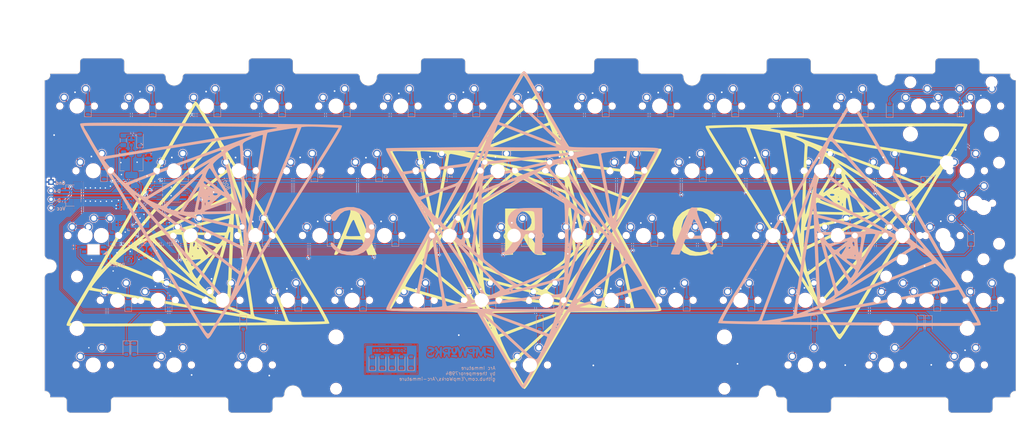
<source format=kicad_pcb>
(kicad_pcb (version 20241229) (generator "pcbnew") (generator_version "9.0")
  (layers (0 "F.Cu" signal) (2 "B.Cu" signal) (13 "F.Paste" user) (15 "B.Paste" user) (5 "F.SilkS" user "F.Silkscreen") (7 "B.SilkS" user "B.Silkscreen") (1 "F.Mask" user) (3 "B.Mask" user) (25 "Edge.Cuts" user))
  (net 0 "")
  (net 1 "GND")
  (net 2 "+1V1")
  (net 3 "XTAL_IN")
  (net 4 "Net-(D40-A)")
  (net 5 "ROW3")
  (net 6 "Net-(D43-A)")
  (net 7 "Net-(D44-A)")
  (net 8 "Net-(D45-A)")
  (net 9 "Net-(D42-A)")
  (net 10 "Net-(D46-A)")
  (net 11 "Net-(D41-A)")
  (net 12 "Net-(D47-A)")
  (net 13 "Net-(D48-A)")
  (net 14 "ROW1")
  (net 15 "+3V3")
  (net 16 "COL5")
  (net 17 "ROW2")
  (net 18 "COL4")
  (net 19 "COL1")
  (net 20 "COL12")
  (net 21 "COL3")
  (net 22 "Net-(J3-Pin_4)")
  (net 23 "COL2")
  (net 24 "COL6")
  (net 25 "COL7")
  (net 26 "COL8")
  (net 27 "COL9")
  (net 28 "COL10")
  (net 29 "COL11")
  (net 30 "+5V")
  (net 31 "/XTAL_O")
  (net 32 "/D_+")
  (net 33 "CS")
  (net 34 "Net-(D1-A)")
  (net 35 "~{RESET}")
  (net 36 "/D_-")
  (net 37 "XTAL_OUT")
  (net 38 "/~{USB_BOOT}")
  (net 39 "SD0")
  (net 40 "Net-(D3-A)")
  (net 41 "SD2")
  (net 42 "Net-(D2-A)")
  (net 43 "Net-(D4-A)")
  (net 44 "SD3")
  (net 45 "QSPI_CLK")
  (net 46 "SD1")
  (net 47 "LED_D")
  (net 48 "Net-(D21-A)")
  (net 49 "Net-(D22-A)")
  (net 50 "Net-(D20-A)")
  (net 51 "Net-(D19-A)")
  (net 52 "Net-(D18-A)")
  (net 53 "Net-(D28-A)")
  (net 54 "Net-(D23-A)")
  (net 55 "Net-(D36-A)")
  (net 56 "Net-(D39-A)")
  (net 57 "Net-(D38-A)")
  (net 58 "Net-(D25-A)")
  (net 59 "Net-(D29-A)")
  (net 60 "Net-(D31-A)")
  (net 61 "Net-(D30-A)")
  (net 62 "Net-(D37-A)")
  (net 63 "Net-(D24-A)")
  (net 64 "Net-(D27-A)")
  (net 65 "Net-(D6-A)")
  (net 66 "Net-(D26-A)")
  (net 67 "Net-(D49-A)")
  (net 68 "Net-(D58-A)")
  (net 69 "ROW4")
  (net 70 "Net-(D65-A)")
  (net 71 "ROW5")
  (net 72 "Net-(D57-A)")
  (net 73 "Net-(D59-A)")
  (net 74 "Net-(D63-A)")
  (net 75 "Net-(D61-A)")
  (net 76 "Net-(D60-A)")
  (net 77 "Net-(D55-A)")
  (net 78 "Net-(D62-A)")
  (net 79 "Net-(D53-A)")
  (net 80 "Net-(D64-A)")
  (net 81 "Net-(D66-A)")
  (net 82 "Net-(D54-A)")
  (net 83 "Net-(D56-A)")
  (net 84 "Net-(D72-A)")
  (net 85 "Net-(D75-A)")
  (net 86 "COL0")
  (net 87 "Net-(D68-A)")
  (net 88 "Net-(D70-A)")
  (net 89 "Net-(D71-A)")
  (net 90 "Net-(D73-A)")
  (net 91 "Net-(D78-A)")
  (net 92 "Net-(D69-A)")
  (net 93 "Net-(D77-A)")
  (net 94 "Net-(D74-A)")
  (net 95 "Net-(D76-A)")
  (net 96 "COL13")
  (net 97 "COL14")
  (net 98 "Net-(D81-A)")
  (net 99 "Net-(D82-A)")
  (net 100 "DMINUS")
  (net 101 "Net-(D86-A)")
  (net 102 "Net-(D88-A)")
  (net 103 "DPLUS")
  (net 104 "Net-(D87-A)")
  (net 105 "Net-(D83-A)")
  (net 106 "Net-(D84-A)")
  (net 108 "SWCLK")
  (net 109 "SWD")
  (footprint "Battery:MX-Solderable-1U" (layer "F.Cu") (at 250.495 128.9675)
    (property "Reference" "SW45")
    (property "Value" "?")
  )
  (footprint "LOGO" (layer "F.Cu") (at 216.4375 148.2375)
    (property "Reference" "G***")
    (property "Value" "LOGO" (hide yes))
  )
  (footprint "Battery:MX-Solderable-1U" (layer "F.Cu") (at 217.1575 148.0175)
    (property "Reference" "SW62")
    (property "Value" "?")
  )
  (footprint "Battery:MX-Solderable-1U" (layer "F.Cu") (at 326.6975 128.9675)
    (property "Reference" "SW49")
    (property "Value" "?")
  )
  (footprint "Battery:MX-Solderable-1U" (layer "F.Cu") (at 107.62 109.9175)
    (property "Reference" "SW19")
    (property "Value" "?")
  )
  (footprint "Battery:MX-Solderable-1U" (layer "F.Cu") (at 88.57 109.9175)
    (property "Reference" "SW18")
    (property "Value" "?")
  )
  (footprint "Battery:MX-Solderable-1U" (layer "F.Cu") (at 183.82 109.9175)
    (property "Reference" "SW23")
    (property "Value" "?")
  )
  (footprint "Battery:MX-Solderable-1U" (layer "F.Cu") (at 131.4325 167.0675)
    (property "Reference" "SW73")
    (property "Value" "?")
  )
  (footprint "Battery:MX-Solderable-1.75U" (layer "F.Cu") (at 95.7175 148.0175)
    (property "Reference" "SW55")
    (property "Value" "?")
  )
  (footprint "Battery:MX-Solderable-1U" (layer "F.Cu") (at 169.5325 167.0675)
    (property "Reference" "SW75")
    (property "Value" "?")
  )
  (footprint "Battery:MX-Solderable-1U" (layer "F.Cu") (at 117.145 186.1175)
    (property "Reference" "SW90")
    (property "Value" "?")
  )
  (footprint "Battery:MX-Solderable-1U" (layer "F.Cu") (at 155.245 128.9675)
    (property "Reference" "SW40")
    (property "Value" "?")
  )
  (footprint "Battery:MX-Solderable-1U" (layer "F.Cu") (at 145.72 109.9175)
    (property "Reference" "SW21")
    (property "Value" "?")
  )
  (footprint "Battery:MX-Solderable-1U" (layer "F.Cu") (at 117.145 128.9675)
    (property "Reference" "SW38")
    (property "Value" "?")
  )
  (footprint "Battery:MX-Solderable-1.5U" (layer "F.Cu") (at 302.88 186.115)
    (property "Reference" "SW96")
    (property "Value" "?")
  )
  (footprint "Battery:MX-Solderable-1U" (layer "F.Cu") (at 126.67 109.9175)
    (property "Reference" "SW20")
    (property "Value" "?")
  )
  (footprint "Battery:MX-Solderable-1U" (layer "F.Cu") (at 355.2875 109.9275)
    (property "Reference" "SW4")
    (property "Value" "?")
  )
  (footprint "Battery:MX-Solderable-1U" (layer "F.Cu") (at 312.4075 148.0175)
    (property "Reference" "SW67")
    (property "Value" "?")
  )
  (footprint "Battery:MX-Solderable-1.5U" (layer "F.Cu") (at 350.5 186.115)
    (property "Reference" "SW100")
    (property "Value" "?")
  )
  (footprint "Battery:MX-Solderable-1U" (layer "F.Cu") (at 136.195 128.9675)
    (property "Reference" "SW39")
    (property "Value" "?")
  )
  (footprint "Battery:MX-Solderable-1U" (layer "F.Cu") (at 236.2075 148.0175)
    (property "Reference" "SW63")
    (property "Value" "?")
  )
  (footprint "Battery:MX-Solderable-1U" (layer "F.Cu") (at 240.97 109.9175)
    (property "Reference" "SW26")
    (property "Value" "?")
  )
  (footprint "Battery:MX-Solderable-ISO" (layer "F.Cu") (at 352.9125 138.5055)
    (property "Reference" "SW10")
    (property "Value" "iso")
  )
  (footprint "Battery:MX-Solderable-1U" (layer "F.Cu") (at 121.9075 148.0175)
    (property "Reference" "SW57")
    (property "Value" "?")
  )
  (footprint "Battery:MX-Solderable-1U" (layer "F.Cu") (at 212.395 128.9675)
    (property "Reference" "SW43")
    (property "Value" "?")
  )
  (footprint "Battery:MX-Solderable-2.25U" (layer "F.Cu") (at 100.49 167.075)
    (property "Reference" "SW71")
    (property "Value" "?")
  )
  (footprint "Battery:MX-Solderable-1U" (layer "F.Cu") (at 293.3575 148.0175)
    (property "Reference" "SW66")
    (property "Value" "?")
  )
  (footprint "Battery:MX-Solderable-1U" (layer "F.Cu") (at 269.545 128.9675)
    (property "Reference" "SW46")
    (property "Value" "?")
  )
  (footprint "Battery:MX-Solderable-7U-ReversedStabilizers" (layer "F.Cu") (at 221.93 186.12)
    (property "Reference" "SW93")
    (property "Value" "?")
  )
  (footprint "Battery:MX-Solderable-1.5U" (layer "F.Cu") (at 93.3325 186.1175)
    (property "Reference" "SW88")
    (property "Value" "?")
  )
  (footprint "Battery:MX-Solderable-1U" (layer "F.Cu") (at 307.645 128.9675)
    (property "Reference" "SW48")
    (property "Value" "?")
  )
  (footprint "Battery:MX-Solderable-1U" (layer "F.Cu") (at 140.9575 148.0175)
    (property "Reference" "SW58")
    (property "Value" "?")
  )
  (footprint "Battery:MX-Solderable-1U" (layer "F.Cu") (at 336.2275 109.9275)
    (property "Reference" "SW1")
    (property "Value" "?")
  )
  (footprint "Battery:MX-Solderable-1U" (layer "F.Cu") (at 226.6825 167.0675)
    (property "Reference" "SW78")
    (property "Value" "?")
  )
  (footprint "Battery:MX-Solderable-1U" (layer "F.Cu") (at 112.3975 167.0775)
    (property "Reference" "SW8")
    (property "Value" "lshift")
  )
  (footprint "Battery:MX-Solderable-1U" (layer "F.Cu") (at 188.5825 167.0675)
    (property "Reference" "SW76")
    (property "Value" "?")
  )
  (footprint "Battery:MX-Solderable-1.5U" (layer "F.Cu") (at 93.3325 128.9675)
    (property "Reference" "SW37")
    (property "Value" "?")
  )
  (footprint "Battery:MX-Solderable-1U" (layer "F.Cu") (at 298.12 109.9175)
    (property "Reference" "SW29")
    (property "Value" "?")
  )
  (footprint "Battery:MX-Solderable-1U" (layer "F.Cu") (at 174.295 128.9675)
    (property "Reference" "SW41")
    (property "Value" "?")
  )
  (footprint "Battery:MX-Solderable-1U" (layer "F.Cu") (at 207.6325 167.0675)
    (property "Reference" "SW77")
    (property "Value" "?")
  )
  (footprint "Battery:MX-Solderable-1U" (layer "F.Cu") (at 264.7825 167.0675)
    (property "Reference" "SW80")
    (property "Value" "?")
  )
  (footprint "Battery:MX-Solderable-1U" (layer "F.Cu") (at 221.92 109.9175)
    (property "Reference" "SW25")
    (property "Value" "?")
  )
  (footprint "Battery:MX-Solderable-1U" (layer "F.Cu") (at 331.4775 148.0375)
    (property "Reference" "SW7")
    (property "Value" "iso")
  )
  (footprint "Battery:MX-Solderable-1U" (layer "F.Cu") (at 279.07 109.9175)
    (property "Reference" "SW28")
    (property "Value" "?")
  )
  (footprint "Battery:MX-Solderable-1.5U" (layer "F.Cu") (at 350.5075 128.9675)
    (property "Reference" "SW50")
    (property "Value" "?")
  )
  (footprint "Battery:MX-Solderable-1U" (layer "F.Cu") (at 317.17 109.9175)
    (property "Reference" "SW30")
    (property "Value" "?")
  )
  (footprint "Battery:MX-Solderable-1U" (layer "F.Cu") (at 245.7325 167.0675)
    (property "Reference" "SW79")
    (property "Value" "?")
  )
  (footprint "Battery:MX-Solderable-1U" (layer "F.Cu") (at 355.2975 167.09555)
    (property "Reference" "SW6")
    (property "Value" "fn")
  )
  (footprint "Battery:MX-Solderable-1U" (layer "F.Cu") (at 164.77 109.9175)
    (property "Reference" "SW22")
    (property "Value" "?")
  )
  (footprint "Battery:MX-Solderable-1U" (layer "F.Cu") (at 193.345 128.9675)
    (property "Reference" "SW42")
    (property "Value" "?")
  )
  (footprint "Battery:MX-Solderable-1U" (layer "F.Cu") (at 160.0075 148.0175)
    (property "Reference" "SW59")
    (property "Value" "?")
  )
  (footprint "Battery:MX-Solderable-1U" (layer "F.Cu") (at 260.02 109.9175)
    (property "Reference" "SW27")
    (property "Value" "?")
  )
  (footprint "Battery:MX-Solderable-1.75U" (layer "F.Cu") (at 329.1075 167.0775)
    (property "Reference" "SW5")
    (property "Value" "?")
  )
  (footprint "Battery:MX-Solderable-1U" (layer "F.Cu") (at 255.2575 148.0175)
    (property "Reference" "SW64")
    (property "Value" "?")
  )
  (footprint "Battery:MX-Solderable-1U" (layer "F.Cu") (at 150.4825 167.0675)
    (property "Reference" "SW74")
    (property "Value" "?")
  )
  (footprint "Battery:MX-Solderable-1U" (layer "F.Cu") (at 288.595 128.9675)
    (property "Reference" "SW47")
    (property "Value" "?")
  )
  (footprint "Battery:MX-Solderable-1U" (layer "F.Cu") (at 179.0575 148.0175)
    (property "Reference" "SW60")
    (property "Value" "?")
  )
  (footprint "Battery:MX-Solderable-1U" (layer "F.Cu") (at 202.87 109.9175)
    (property "Reference" "SW24")
    (property "Value" "?")
  )
  (footprint "Battery:MX-Solderable-1U" (layer "F.Cu") (at 198.1075 148.0175)
    (property "Reference" "SW61")
    (property "Value" "?")
  )
  (footprint "Battery:MX-Solderable-1U" (layer "F.Cu") (at 274.3075 148.0175)
    (property "Reference" "SW65")
    (property "Value" "?")
  )
  (footprint "Battery:MX-Solderable-1U" (layer "F.Cu") (at 302.8825 167.0675)
    (property "Reference" "SW82")
    (property "Value" "?")
  )
  (footprint "Battery:MX-Solderable-2.25U-ReversedStabilizers" (layer "F.Cu") (at 343.378 148.03)
    (property "Reference" "SW69")
    (property "Value" "?")
  )
  (footprint "Battery:MX-Solderable-1.5U" (layer "F.Cu") (at 140.9575 186.1175)
    (property "Reference" "SW92")
    (property "Value" "?")
  )
  (footprint "Battery:MX-Solderable-1U" (layer "F.Cu") (at 231.445 128.9675)
    (property "Reference" "SW44")
    (property "Value" "?")
  )
  (footprint "Battery:MX-Solderable-2U" (layer "F.Cu") (at 345.748 109.91)
    (property "Reference" "SW32")
    (property "Value" "?")
  )
  (footprint "Battery:MX-Solderable-2.75U" (layer "F.Cu") (at 338.598 167.06)
    (property "Reference" "SW84")
    (property "Value" "?")
  )
  (footprint "Battery:MX-Solderable-1U" (layer "F.Cu") (at 283.8325 167.0675)
    (property "Reference" "SW81")
    (property "Value" "?")
  )
  (footprint "Battery:MX-Solderable-1.25U" (layer "F.Cu") (at 90.9575 148.0175)
    (property "Reference" "SW9")
    (property "Value" "stpcaps")
  )
  (footprint "Battery:MX-Solderable-1U" (layer "F.Cu") (at 326.69 186.115)
    (property "Reference" "SW98")
    (property "Value" "?")
  )
  (footprint "Diode_SMD:D_SOD-123" (layer "B.Cu") (at 178.4075 185.3675 90)
    (property "Reference" "D75" (hide yes))
    (property "Value" "D")
  )
  (footprint "Diode_SMD:D_SOD-123" (layer "B.Cu") (at 182.2325 148.81125 90)
    (property "Reference" "D57" (hide yes))
    (property "Value" "D")
  )
  (footprint "Capacitor_SMD:C_0402_1005Metric" (layer "B.Cu") (at 104.984688 151.1875 180)
    (property "Reference" "C9" (hide yes))
    (property "Value" "100nF")
  )
  (footprint "Capacitor_SMD:C_0402_1005Metric" (layer "B.Cu") (at 103.316912 137.355858 90)
    (property "Reference" "C5" (hide yes))
    (property "Value" "1uF")
  )
  (footprint "Diode_SMD:D_SOD-123" (layer "B.Cu") (at 339.2875 131.6475)
    (property "Reference" "D49" (hide yes))
    (property "Value" "D")
  )
  (footprint "Diode_SMD:D_SOD-123" (layer "B.Cu") (at 334.5975 148.81125 90)
    (property "Reference" "D3" (hide yes))
    (property "Value" "D")
  )
  (footprint "Diode_SMD:D_SOD-123" (layer "B.Cu") (at 125.0825 148.81125 90)
    (property "Reference" "D54" (hide yes))
    (property "Value" "D")
  )
  (footprint "Diode_SMD:D_SOD-123" (layer "B.Cu") (at 210.8075 167.86125 90)
    (property "Reference" "D72" (hide yes))
    (property "Value" "D")
  )
  (footprint "Diode_SMD:D_SOD-123" (layer "B.Cu") (at 184.0575 185.3675 90)
    (property "Reference" "D75" (hide yes))
    (property "Value" "D")
  )
  (footprint "LOGO" (layer "B.Cu") (at 223.615019 148.079225 180)
    (property "Reference" "G***")
    (property "Value" "LOGO" (hide yes))
  )
  (footprint "Crystal:Crystal_SMD_3225-4Pin_3.2x2.5mm" (layer "B.Cu") (at 109.024688 152.15 45)
    (property "Reference" "Y1" (hide yes))
    (property "Value" "12MHz")
  )
  (footprint "Diode_SMD:D_SOD-123" (layer "B.Cu") (at 253.67 129.76125 90)
    (property "Reference" "D44" (hide yes))
    (property "Value" "D")
  )
  (footprint "Capacitor_SMD:C_0402_1005Metric" (layer "B.Cu") (at 108.358317 134.566995 90)
    (property "Reference" "C7" (hide yes))
    (property "Value" "100nF")
  )
  (footprint "Diode_SMD:D_SOD-123" (layer "B.Cu") (at 115.5175 168.005 90)
    (property "Reference" "D4" (hide yes))
    (property "Value" "D")
  )
  (footprint "Diode_SMD:D_SOD-123" (layer "B.Cu") (at 134.6075 167.86125 90)
    (property "Reference" "D68" (hide yes))
    (property "Value" "D")
  )
  (footprint "Diode_SMD:D_SOD-123" (layer "B.Cu") (at 177.47 129.76125 90)
    (property "Reference" "D40")
    (property "Value" "D")
  )
  (footprint "Diode_SMD:D_SOD-123" (layer "B.Cu") (at 153.6575 167.86125 90)
    (property "Reference" "D69" (hide yes))
    (property "Value" "D")
  )
  (footprint "Diode_SMD:D_SOD-123" (layer "B.Cu") (at 139.37 129.76125 90)
    (property "Reference" "D38")
    (property "Value" "D")
  )
  (footprint "Diode_SMD:D_SOD-123" (layer "B.Cu") (at 277.4825 148.81125 90)
    (property "Reference" "D62" (hide yes))
    (property "Value" "D")
  )
  (footprint "Capacitor_SMD:C_0402_1005Metric" (layer "B.Cu") (at 114.4225 144.22)
    (property "Reference" "C8" (hide yes))
    (property "Value" "100nF")
  )
  (footprint "Diode_SMD:D_SOD-123" (layer "B.Cu") (at 341.6975 167.895 90)
    (property "Reference" "D78" (hide yes))
    (property "Value" "D")
  )
  (footprint "Diode_SMD:D_SOD-123" (layer "B.Cu") (at 220.3325 148.81125 90)
    (property "Reference" "D59" (hide yes))
    (property "Value" "D")
  )
  (footprint "Diode_SMD:D_SOD-123" (layer "B.Cu") (at 358.4375 167.8675 90)
    (property "Reference" "D2" (hide yes))
    (property "Value" "D")
  )
  (footprint "Diode_SMD:D_SOD-123" (layer "B.Cu") (at 98.8275 148.8275 90)
    (property "Reference" "D53" (hide yes))
    (property "Value" "D")
  )
  (footprint "Capacitor_SMD:C_0402_1005Metric" (layer "B.Cu") (at 104.984688 150.1275 180)
    (property "Reference" "C2" (hide yes))
    (property "Value" "100nF")
  )
  (footprint "Diode_SMD:D_SOD-123" (layer "B.Cu") (at 229.8575 167.86125 90)
    (property "Reference" "D73" (hide yes))
    (property "Value" "D")
  )
  (footprint "Diode_SMD:D_SOD-123" (layer "B.Cu") (at 175.4775 185.3675 90)
    (property "Reference" "D75" (hide yes))
    (property "Value" "D")
  )
  (footprint "Diode_SMD:D_SOD-123" (layer "B.Cu") (at 327.7175 110.885 90)
    (property "Reference" "D31" (hide yes))
    (property "Value" "D")
  )
  (footprint "Diode_SMD:D_SOD-123" (layer "B.Cu") (at 206.045 110.71125 90)
    (property "Reference" "D24" (hide yes))
    (property "Value" "D")
  )
  (footprint "Diode_SMD:D_SOD-123" (layer "B.Cu") (at 163.1825 148.81125 90)
    (property "Reference" "D56" (hide yes))
    (property "Value" "D")
  )
  (footprint "Diode_SMD:D_SOD-123" (layer "B.Cu") (at 148.895 110.71125 90)
    (property "Reference" "D21" (hide yes))
    (property "Value" "D")
  )
  (footprint "Diode_SMD:D_SOD-123" (layer "B.Cu") (at 315.5825 148.81125 90)
    (property "Reference" "D64" (hide yes))
    (property "Value" "D")
  )
  (footprint "Resistor_SMD:R_0402_1005Metric" (layer "B.Cu") (at 104.5475 154.7375 90)
    (property "Reference" "R1" (hide yes))
    (property "Value" "10k")
  )
  (footprint "Diode_SMD:D_SOD-123" (layer "B.Cu") (at 339.2125 173.96 -90)
    (property "Reference" "D88" (hide yes))
    (property "Value" "D")
  )
  (footprint "Diode_SMD:D_SOD-123" (layer "B.Cu") (at 239.3825 148.81125 90)
    (property "Reference" "D60" (hide yes))
    (property "Value" "D")
  )
  (footprint "Diode_SMD:D_SOD-123" (layer "B.Cu") (at 336.7775 173.9475 -90)
    (property "Reference" "D87" (hide yes))
    (property "Value" "D")
  )
  (footprint "Capacitor_SMD:C_0402_1005Metric" (layer "B.Cu") (at 110.744688 153.75 45)
    (property "Reference" "C15" (hide yes))
    (property "Value" "22pF")
  )
  (footprint "Diode_SMD:D_SOD-123" (layer "B.Cu") (at 201.2825 148.81125 90)
    (property "Reference" "D58" (hide yes))
    (property "Value" "D")
  )
  (footprint "Capacitor_SMD:C_0402_1005Metric" (layer "B.Cu") (at 107.074688 154.09 135)
    (property "Reference" "C16" (hide yes))
    (property "Value" "22pF")
  )
  (footprint "Capacitor_SMD:C_0402_1005Metric" (layer "B.Cu") (at 101.645 139.1525 180)
    (property "Reference" "C11" (hide yes))
    (property "Value" "100nF")
  )
  (footprint "Diode_SMD:D_SOD-123" (layer "B.Cu") (at 296.5325 148.81125 90)
    (property "Reference" "D63" (hide yes))
    (property "Value" "D")
  )
  (footprint "Diode_SMD:D_SOD-123" (layer "B.Cu") (at 172.7075 167.86125 90)
    (property "Reference" "D70" (hide yes))
    (property "Value" "D")
  )
  (footprint "Diode_SMD:D_SOD-123" (layer "B.Cu") (at 110.795 110.71125 90)
    (property "Reference" "D19" (hide yes))
    (property "Value" "D")
  )
  (footprint "Diode_SMD:D_SOD-123" (layer "B.Cu") (at 186.995 110.71125 90)
    (property "Reference" "D23" (hide yes))
    (property "Value" "D")
  )
  (footprint "Capacitor_SMD:C_0402_1005Metric" (layer "B.Cu") (at 109.408317 134.566995 90)
    (property "Reference" "C3" (hide yes))
    (property "Value" "100nF")
  )
  (footprint "Capacitor_SMD:C_0402_1005Metric" (layer "B.Cu") (at 112.205 140.1725)
    (property "Reference" "C12" (hide yes))
    (property "Value" "100nF")
  )
  (footprint "Diode_SMD:D_SOD-123" (layer "B.Cu") (at 144.1325 148.81125 90)
    (property "Reference" "D55" (hide yes))
    (property "Value" "D")
  )
  (footprint "Capacitor_SMD:C_0402_1005Metric" (layer "B.Cu") (at 110.9575 133.2575 90)
    (property "Reference" "C17" (hide yes))
    (property "Value" "100nF")
  )
  (footprint "Diode_SMD:D_SOD-123" (layer "B.Cu") (at 248.9075 167.86125 90)
    (property "Reference" "D74" (hide yes))
    (property "Value" "D")
  )
  (footprint "Fuse:Fuse_1206_3216Metric" (layer "B.Cu") (at 102.1675 120.0075 90)
    (property "Reference" "F1" (hide yes))
    (property "Value" "500mA")
  )
  (footprint "Diode_SMD:D_SOD-123" (layer "B.Cu") (at 244.145 110.71125 90)
    (property "Reference" "D26" (hide yes))
    (property "Value" "D")
  )
  (footprint "Diode_SMD:D_SOD-123" (layer "B.Cu") (at 306.0575 167.86125 90)
    (property "Reference" "D77" (hide yes))
    (property "Value" "D")
  )
  (footprint "Diode_SMD:D_SOD-123" (layer "B.Cu") (at 167.945 110.71125 90)
    (property "Reference" "D22" (hide yes))
    (property "Value" "D")
  )
  (footprint "Diode_SMD:D_SOD-123" (layer "B.Cu") (at 120.32 129.76125 90)
    (property "Reference" "D37" (hide yes))
    (property "Value" "D")
  )
  (footprint "Diode_SMD:D_SOD-123" (layer "B.Cu") (at 107.0875 119.8375 90)
    (property "Reference" "D6" (hide yes))
    (property "Value" "1N4148W")
  )
  (footprint "Diode_SMD:D_SOD-123" (layer "B.Cu") (at 181.2775 185.3675 90)
    (property "Reference" "D75" (hide yes))
    (property "Value" "D")
  )
  (footprint "Diode_SMD:D_SOD-123" (layer "B.Cu") (at 225.095 110.71125 90)
    (property "Reference" "D25" (hide yes))
    (property "Value" "D")
  )
  (footprint "Diode_SMD:D_SOD-123" (layer "B.Cu") (at 158.42 129.76125 90)
    (property "Reference" "D39")
    (property "Value" "D")
  )
  (footprint "Capacitor_SMD:C_0805_2012Metric" (layer "B.Cu") (at 109.5675 124.3475 -90)
    (property "Reference" "C13" (hide yes))
    (property "Value" "22u")
  )
  (footprint "Resistor_SMD:R_0402_1005Metric" (layer "B.Cu") (at 126.2775 134.7875 -90)
    (property "Reference" "R5" (hide yes))
    (property "Value" "1k")
  )
  (footprint "Capacitor_SMD:C_0603_1608Metric" (layer "B.Cu") (at 104.5475 120.6475 90)
    (property "Reference" "C4" (hide yes))
    (property "Value" "10uF")
  )
  (footprint "Capacitor_SMD:C_0402_1005Metric" (layer "B.Cu") (at 104.365 137.3525 90)
    (property "Reference" "C1" (hide yes))
    (property "Value" "1uF")
  )
  (footprint "Diode_SMD:D_SOD-123" (layer "B.Cu") (at 224.73 173.935 -90)
    (property "Reference" "D84" (hide yes))
    (property "Value" "D")
  )
  (footprint "Button_Switch_SMD:SW_SPST_CK_KXT3" (layer "B.Cu") (at 101.245 154.8025)
    (property "Reference" "RESET")
    (property "Value" "SW_DPST_x2" (hide yes))
  )
  (footprint "Diode_SMD:D_SOD-123" (layer "B.Cu") (at 348.5775 110.735 90)
    (property "Reference" "D1" (hide yes))
    (property "Value" "D")
  )
  (footprint "Diode_SMD:D_SOD-123" (layer "B.Cu") (at 263.195 110.71125 90)
    (property "Reference" "D27" (hide yes))
    (property "Value" "D")
  )
  (footprint "Capacitor_SMD:C_0805_2012Metric" (layer "B.Cu") (at 102.7375 132.7775 180)
    (property "Reference" "C14" (hide yes))
    (property "Value" "22u")
  )
  (footprint "Connector_PinSocket_2.54mm:PinSocket_1x04_P2.54mm_Vertical" (layer "B.Cu") (at 80.9225 132.2775 180)
    (property "Reference" "J5" (hide yes))
    (property "Value" "Conn_01x04")
  )
  (footprint "Diode_SMD:D_SOD-123" (layer "B.Cu") (at 301.295 110.71125 90)
    (property "Reference" "D29" (hide yes))
    (property "Value" "D")
  )
  (footprint "Diode_SMD:D_SOD-123" (layer "B.Cu") (at 91.745 110.71125 90)
    (property "Reference" "D18" (hide yes))
    (property "Value" "D")
  )
  (footprint "Diode_SMD:D_SOD-123" (layer "B.Cu") (at 103.08 181.385 -90)
    (property "Reference" "D81" (hide yes))
    (property "Value" "D")
  )
  (footprint "Valve:empworks 50px" (layer "B.Cu") (at 200.9075 182.5575 180)
    (property "Reference" "G***" (hide yes))
    (property "Value" "LOGO" (hide yes))
  )
  (footprint "Valve:empworks 50px" (layer "B.Cu") (at 200.9075 182.5575 180)
    (property "Reference" "G***" (hide yes))
    (property "Value" "LOGO" (hide yes))
  )
  (footprint "Diode_SMD:D_SOD-123" (layer "B.Cu") (at 320.345 110.71125 90)
    (property "Reference" "D30" (hide yes))
    (property "Value" "D")
  )
  (footprint "Diode_SMD:D_SOD-123" (layer "B.Cu") (at 287.0075 167.86125 90)
    (property "Reference" "D76" (hide yes))
    (property "Value" "D")
  )
  (footprint "Diode_SMD:D_SOD-123" (layer "B.Cu") (at 272.72 129.76125 90)
    (property "Reference" "D45" (hide yes))
    (property "Value" "D")
  )
  (footprint "Diode_SMD:D_SOD-123" (layer "B.Cu") (at 129.845 110.71125 90)
    (property "Reference" "D20" (hide yes))
    (property "Value" "D")
  )
  (footprint "Diode_SMD:D_SOD-123" (layer "B.Cu") (at 258.4325 148.81125 90)
    (property "Reference" "D61" (hide yes))
    (property "Value" "D")
  )
  (footprint "Diode_SMD:D_SOD-123" (layer "B.Cu") (at 215.57 129.76125 90)
    (property "Reference" "D42" (hide yes))
    (property "Value" "D")
  )
  (footprint "Button_Switch_SMD:SW_SPST_CK_KXT3" (layer "B.Cu") (at 128.7375 134.6275 90)
    (property "Reference" "BOOT")
    (property "Value" "SW_DPST_x2" (hide yes))
  )
  (footprint "Diode_SMD:D_SOD-123" (layer "B.Cu") (at 305.53 173.945 -90)
    (property "Reference" "D86" (hide yes))
    (property "Value" "D")
  )
  (footprint "Diode_SMD:D_SOD-123" (layer "B.Cu") (at 196.52 129.76125 90)
    (property "Reference" "D41")
    (property "Value" "D")
  )
  (footprint "Audio_Module:QFN-56-1EP_7x7mm_P0.4mm_EP3.2x3.2mm" (layer "B.Cu") (at 107.0775 142.985 180)
    (property "Reference" "U2" (hide yes))
    (property "Value" "RP2040")
  )
  (footprint "Resistor_SMD:R_0402_1005Metric" (layer "B.Cu") (at 105.8575 134.5975)
    (property "Reference" "R2" (hide yes))
    (property "Value" "27R")
  )
  (footprint "Package_SO:SOIC-8_5.23x5.23mm_P1.27mm" (layer "B.Cu") (at 116.3375 135.4575 180)
    (property "Reference" "U4" (hide yes))
    (property "Value" "W25Q128JVS")
  )
  (footprint "Diode_SMD:D_SOD-123" (layer "B.Cu") (at 234.62 129.76125 90)
    (property "Reference" "D43" (hide yes))
    (property "Value" "D")
  )
  (footprint "Package_TO_SOT_SMD:SOT-223-3_TabPin2" (layer "B.Cu") (at 104.5875 127.0775 -90)
    (property "Reference" "U1" (hide yes))
    (property "Value" "AMS1117-3.3")
  )
  (footprint "Diode_SMD:D_SOD-123" (layer "B.Cu") (at 282.245 110.71125 90)
    (property "Reference" "D28" (hide yes))
    (property "Value" "D")
  )
  (footprint "Diode_SMD:D_SOD-123" (layer "B.Cu") (at 96.4675 129.76125 90)
    (property "Reference" "D36" (hide yes))
    (property "Value" "D")
  )
  (footprint "Capacitor_SMD:C_0402_1005Metric" (layer "B.Cu") (at 88.3575 151.4475 180)
    (property "Reference" "C18" (hide yes))
    (property "Value" "100nf")
  )
  (footprint "Capacitor_SMD:C_0402_1005Metric" (layer "B.Cu") (at 101.645 140.15 180)
    (property "Reference" "C10" (hide yes))
    (property "Value" "100nF")
  )
  (footprint "Capacitor_SMD:C_0402_1005Metric" (layer "B.Cu") (at 101.1575 144.5075 180)
    (property "Reference" "C6" (hide yes))
    (property "Value" "100nF")
  )
  (footprint "Diode_SMD:D_SOD-123" (layer "B.Cu") (at 103.6075 167.9875 90)
    (property "Reference" "D66" (hide yes))
    (property "Value" "D")
  )
  (footprint "Connector_JST:JST_SH_SM04B-SRSS-TB_1x04-1MP_P1.00mm_Horizontal" (layer "B.Cu") (at 87.0375 136.2475 -90)
    (property "Reference" "J3" (hide yes))
    (property "Value" "JST-SH-4P")
  )
  (footprint "Diode_SMD:D_SOD-123" (layer "B.Cu") (at 310.82 129.76125 90)
    (property "Reference" "D47" (hide yes))
    (property "Value" "D")
  )
  (footprint "Diode_SMD:D_SOD-123" (layer "B.Cu") (at 105.4 181.385 -90)
    (property "Reference" "D82" (hide yes))
    (property "Value" "D")
  )
  (footprint "Audio_Module:YS-SK6812MINI-E" (layer "B.Cu") (at 93.414999 152.1075 180)
    (property "Reference" "rLED9" (hide yes))
    (property "Value" "YS-SK6812MINI-E" (hide yes))
    (fp_line (start 1.8 1.55) (end -1.8 1.55) (stroke (width 0.1)) (layer "Edge.Cuts"))
    (fp_line (start 1.8 -1.55) (end 1.8 1.55) (stroke (width 0.1)) (layer "Edge.Cuts"))
    (fp_line (start -1.8 1.55) (end -1.8 -1.55) (stroke (width 0.1)) (layer "Edge.Cuts"))
    (fp_line (start -1.8 -1.55) (end 1.8 -1.55) (stroke (width 0.1)) (layer "Edge.Cuts"))
  )
  (footprint "Diode_SMD:D_SOD-123" (layer "B.Cu") (at 351.6375 148.78875 90)
    (property "Reference" "D65" (hide yes))
    (property "Value" "D")
  )
  (footprint "Diode_SMD:D_SOD-123" (layer "B.Cu") (at 186.8675 185.3675 90)
    (property "Reference" "D75" (hide yes))
    (property "Value" "D")
  )
  (footprint "Diode_SMD:D_SOD-123" (layer "B.Cu") (at 291.77 129.76125 90)
    (property "Reference" "D46" (hide yes))
    (property "Value" "D")
  )
  (footprint "Diode_SMD:D_SOD-123" (layer "B.Cu") (at 267.9575 167.86125 90)
    (property "Reference" "D75" (hide yes))
    (property "Value" "D")
  )
  (footprint "Diode_SMD:D_SOD-123" (layer "B.Cu") (at 329.87 129.76125 90)
    (property "Reference" "D48" (hide yes))
    (property "Value" "D")
  )
  (footprint "Resistor_SMD:R_0402_1005Metric" (layer "B.Cu") (at 104.8675 135.7175)
    (property "Reference" "R3" (hide yes))
    (property "Value" "27R")
  )
  (footprint "Diode_SMD:D_SOD-123" (layer "B.Cu") (at 137.47 173.925 -90)
    (property "Reference" "D83" (hide yes))
    (property "Value" "D")
  )
  (footprint "Resistor_SMD:R_0402_1005Metric" (layer "B.Cu") (at 108.134688 149.85 45)
    (property "Reference" "R4" (hide yes))
    (property "Value" "1k")
  )
  (footprint "Diode_SMD:D_SOD-123" (layer "B.Cu") (at 191.7575 167.86125 90)
    (property "Reference" "D71" (hide yes))
    (property "Value" "D")
  )
  (gr_rect (start 173.3175 180.11) (end 188.7475 188.73) (stroke (width 0.2) (type dash_dot)) (fill no) (layer "B.Cu"))
  (gr_line (start 364.79235 153.5425) (end 364.79235 102.301413) (stroke (width 0.1)) (layer "Edge.Cuts"))
  (gr_arc (start 189.7875 96.8925) (mid 190.080394 96.185399) (end 190.7875 95.8925) (stroke (width 0.1)) (layer "Edge.Cuts"))
  (gr_line (start 155.600352 195.64515) (end 288.251213 195.645423) (stroke (width 0.1)) (layer "Edge.Cuts"))
  (gr_arc (start 252.7775 95.892528) (mid 253.484607 96.185421) (end 253.7775 96.892528) (stroke (width 0.1)) (layer "Edge.Cuts"))
  (gr_arc (start 86.5575 200.142472) (mid 85.850393 199.849579) (end 85.5575 199.142472) (stroke (width 0.1)) (layer "Edge.Cuts"))
  (gr_arc (start 155.600352 195.64515) (mid 154.895848 195.35485) (end 154.600379 194.652498) (stroke (width 0.1)) (layer "Edge.Cuts"))
  (gr_arc (start 139.0775 96.8925) (mid 139.370394 96.185399) (end 140.0775 95.8925) (stroke (width 0.1)) (layer "Edge.Cuts"))
  (gr_arc (start 345.9875 200.152472) (mid 345.280393 199.859579) (end 344.9875 199.152472) (stroke (width 0.1)) (layer "Edge.Cuts"))
  (gr_line (start 89.4675 96.8925) (end 89.4675 99.3975) (stroke (width 0.1)) (layer "Edge.Cuts"))
  (gr_arc (start 353.1475 95.892528) (mid 353.854607 96.185421) (end 354.1475 96.892528) (stroke (width 0.1)) (layer "Edge.Cuts"))
  (gr_line (start 303.4875 95.887528) (end 292.4875 95.887528) (stroke (width 0.1)) (layer "Edge.Cuts"))
  (gr_line (start 85.5575 196.6375) (end 85.5575 199.142472) (stroke (width 0.1)) (layer "Edge.Cuts"))
  (gr_arc (start 103.4675 100.3975) (mid 102.760393 100.104607) (end 102.4675 99.3975) (stroke (width 0.1)) (layer "Edge.Cuts"))
  (gr_line (start 364.79235 193.783382) (end 364.79235 160.530353) (stroke (width 0.1)) (layer "Edge.Cuts"))
  (gr_line (start 113.629975 100.394849) (end 103.4675 100.397499) (stroke (width 0.1)) (layer "Edge.Cuts"))
  (gr_arc (start 329.1975 101.3875) (mid 329.491987 100.687314) (end 330.192911 100.394586) (stroke (width 0.1)) (layer "Edge.Cuts"))
  (gr_line (start 151.0775 95.892528) (end 140.0775 95.892528) (stroke (width 0.1)) (layer "Edge.Cuts"))
  (gr_arc (start 89.4675 96.8925) (mid 89.760394 96.185399) (end 90.4675 95.8925) (stroke (width 0.1)) (layer "Edge.Cuts"))
  (gr_line (start 363.216359 100.39224) (end 355.1475 100.3975) (stroke (width 0.1)) (layer "Edge.Cuts"))
  (gr_arc (start 132.0975 195.645014) (mid 132.804607 195.937907) (end 133.0975 196.645014) (stroke (width 0.1)) (layer "Edge.Cuts"))
  (gr_line (start 240.7775 96.8925) (end 240.7775 99.3975) (stroke (width 0.1)) (layer "Edge.Cuts"))
  (gr_arc (start 153.0775 100.3975) (mid 152.370393 100.104607) (end 152.0775 99.3975) (stroke (width 0.1)) (layer "Edge.Cuts"))
  (gr_arc (start 146.0975 196.645014) (mid 146.390393 195.937907) (end 147.0975 195.645014) (stroke (width 0.1)) (layer "Edge.Cuts"))
  (gr_arc (start 119.649948 101.3875) (mid 119.944435 100.687314) (end 120.645359 100.394586) (stroke (width 0.1)) (layer "Edge.Cuts"))
  (gr_arc (start 364.79235 102.301413) (mid 363.500939 101.762388) (end 363.216359 100.39224) (stroke (width 0.1)) (layer "Edge.Cuts"))
  (gr_arc (start 343.9875 195.6475) (mid 344.694607 195.940393) (end 344.9875 196.6475) (stroke (width 0.1)) (layer "Edge.Cuts"))
  (gr_arc (start 240.7775 99.3975) (mid 240.484607 100.104607) (end 239.7775 100.3975) (stroke (width 0.1)) (layer "Edge.Cuts"))
  (gr_arc (start 298.4675 200.1475) (mid 297.760401 199.854603) (end 297.4675 199.1475) (stroke (width 0.1)) (layer "Edge.Cuts"))
  (gr_line (start 345.9875 200.152472) (end 356.9875 200.152472) (stroke (width 0.1)) (layer "Edge.Cuts"))
  (gr_line (start 139.0775 96.8925) (end 139.0775 99.3975) (stroke (width 0.1)) (layer "Edge.Cuts"))
  (gr_line (start 133.0975 196.645014) (end 133.0975 199.149986) (stroke (width 0.1)) (layer "Edge.Cuts"))
  (gr_arc (start 357.9875 199.1525) (mid 357.694606 199.859601) (end 356.9875 200.1525) (stroke (width 0.1)) (layer "Edge.Cuts"))
  (gr_line (start 102.4675 99.3975) (end 102.4675 96.892528) (stroke (width 0.1)) (layer "Edge.Cuts"))
  (gr_arc (start 272.0475 101.387462) (mid 272.341987 100.687276) (end 273.042911 100.394548) (stroke (width 0.1)) (layer "Edge.Cuts"))
  (gr_arc (start 303.4875 95.887528) (mid 304.194599 96.180425) (end 304.4875 96.887528) (stroke (width 0.1)) (layer "Edge.Cuts"))
  (gr_arc (start 329.1975 101.3875) (mid 326.6875 103.8975) (end 324.1775 101.3875) (stroke (width 0.1)) (layer "Edge.Cuts"))
  (gr_arc (start 98.5575 199.1425) (mid 98.264606 199.849601) (end 97.5575 200.1425) (stroke (width 0.1)) (layer "Edge.Cuts"))
  (gr_arc (start 291.4875 99.3925) (mid 291.194607 100.099607) (end 290.4875 100.3925) (stroke (width 0.1)) (layer "Edge.Cuts"))
  (gr_arc (start 289.241342 194.652509) (mid 291.751342 192.142509) (end 294.261342 194.652509) (stroke (width 0.1)) (layer "Edge.Cuts"))
  (gr_arc (start 272.0475 101.387462) (mid 269.5375 103.897462) (end 267.0275 101.387462) (stroke (width 0.1)) (layer "Edge.Cuts"))
  (gr_line (start 253.7775 99.3975) (end 253.7775 96.892528) (stroke (width 0.1)) (layer "Edge.Cuts"))
  (gr_line (start 147.0975 195.645013) (end 148.584824 195.645412) (stroke (width 0.1)) (layer "Edge.Cuts"))
  (gr_line (start 295.261315 195.645161) (end 296.467488 195.642528) (stroke (width 0.1)) (layer "Edge.Cuts"))
  (gr_arc (start 355.1475 100.3975) (mid 354.440393 100.104607) (end 354.1475 99.3975) (stroke (width 0.1)) (layer "Edge.Cuts"))
  (gr_arc (start 149.580379 194.652498) (mid 149.285892 195.352684) (end 148.584968 195.645412) (stroke (width 0.1)) (layer "Edge.Cuts"))
  (gr_line (start 80.631984 195.6425) (end 84.5575 195.6375) (stroke (width 0.1)) (layer "Edge.Cuts"))
  (gr_arc (start 101.4675 95.892528) (mid 102.174599 96.185425) (end 102.4675 96.892528) (stroke (width 0.1)) (layer "Edge.Cuts"))
  (gr_line (start 323.177527 100.394848) (end 305.4875 100.392499) (stroke (width 0.1)) (layer "Edge.Cuts"))
  (gr_line (start 146.0975 199.150014) (end 146.0975 196.645014) (stroke (width 0.1)) (layer "Edge.Cuts"))
  (gr_arc (start 146.0975 199.150014) (mid 145.804606 199.857115) (end 145.0975 200.150014) (stroke (width 0.1)) (layer "Edge.Cuts"))
  (gr_arc (start 203.7875 100.3975) (mid 203.080393 100.104607) (end 202.7875 99.3975) (stroke (width 0.1)) (layer "Edge.Cuts"))
  (gr_line (start 357.9875 199.1525) (end 357.9875 196.6475) (stroke (width 0.1)) (layer "Edge.Cuts"))
  (gr_arc (start 363.202827 195.642356) (mid 363.517659 194.302504) (end 364.79235 193.783382) (stroke (width 0.1)) (layer "Edge.Cuts"))
  (gr_arc (start 139.0775 99.3975) (mid 138.784607 100.104607) (end 138.0775 100.3975) (stroke (width 0.1)) (layer "Edge.Cuts"))
  (gr_arc (start 170.777527 100.394848) (mid 171.482031 100.685148) (end 171.7775 101.3875) (stroke (width 0.1)) (layer "Edge.Cuts"))
  (gr_line (start 134.0975 200.149986) (end 145.0975 200.149986) (stroke (width 0.1)) (layer "Edge.Cuts"))
  (gr_line (start 101.4675 95.892528) (end 90.4675 95.892528) (stroke (width 0.1)) (layer "Edge.Cuts"))
  (gr_arc (start 240.7775 96.8925) (mid 241.070394 96.185399) (end 241.7775 95.8925) (stroke (width 0.1)) (layer "Edge.Cuts"))
  (gr_arc (start 134.0975 200.149986) (mid 133.390393 199.857093) (end 133.0975 199.149986) (stroke (width 0.1)) (layer "Edge.Cuts"))
  (gr_line (start 354.1475 99.3975) (end 354.1475 96.892528) (stroke (width 0.1)) (layer "Edge.Cuts"))
  (gr_arc (start 119.649948 101.3875) (mid 117.139948 103.8975) (end 114.629948 101.3875) (stroke (width 0.1)) (layer "Edge.Cuts"))
  (gr_arc (start 310.4675 199.147528) (mid 310.174605 199.854625) (end 309.4675 200.147528) (stroke (width 0.1)) (layer "Edge.Cuts"))
  (gr_line (start 341.1475 96.8925) (end 341.1475 99.3975) (stroke (width 0.1)) (layer "Edge.Cuts"))
  (gr_arc (start 201.7875 95.892528) (mid 202.494607 96.185421) (end 202.7875 96.892528) (stroke (width 0.1)) (layer "Edge.Cuts"))
  (gr_arc (start 79.0425 160.54224) (mid 79.48184 159.48158) (end 80.5425 159.04224) (stroke (width 0.1)) (layer "Edge.Cuts"))
  (gr_arc (start 310.4675 196.642528) (mid 310.760393 195.935421) (end 311.4675 195.642528) (stroke (width 0.1)) (layer "Edge.Cuts"))
  (gr_line (start 98.5575 199.1425) (end 98.5575 196.6375) (stroke (width 0.1)) (layer "Edge.Cuts"))
  (gr_arc (start 98.5575 196.6375) (mid 98.850393 195.930393) (end 99.5575 195.6375) (stroke (width 0.1)) (layer "Edge.Cuts"))
  (gr_arc (start 176.7975 101.3875) (mid 177.091987 100.687314) (end 177.792911 100.394586) (stroke (width 0.1)) (layer "Edge.Cuts"))
  (gr_line (start 358.9875 195.647513) (end 363.202827 195.642356) (stroke (width 0.1)) (layer "Edge.Cuts"))
  (gr_arc (start 113.629975 100.394848) (mid 114.334479 100.685148) (end 114.629948 101.3875) (stroke (width 0.1)) (layer "Edge.Cuts"))
  (gr_line (start 79.0425 160.54224) (end 79.0425 193.783397) (stroke (width 0.1)) (layer "Edge.Cuts"))
  (gr_line (start 340.1475 100.397511) (end 330.192911 100.394586) (stroke (width 0.1)) (layer "Edge.Cuts"))
  (gr_arc (start 80.5425 155.04224) (mid 82.5425 157.04224) (end 80.5425 159.04224) (stroke (width 0.1)) (layer "Edge.Cuts"))
  (gr_line (start 138.0775 100.397511) (end 120.645359 100.394586) (stroke (width 0.1)) (layer "Edge.Cuts"))
  (gr_arc (start 363.29235 159.0425) (mid 364.348681 159.477595) (end 364.79235 160.530353) (stroke (width 0.1)) (layer "Edge.Cuts"))
  (gr_line (start 202.7875 99.3975) (end 202.7875 96.892528) (stroke (width 0.1)) (layer "Edge.Cuts"))
  (gr_line (start 170.777527 100.394848) (end 153.077488 100.3975) (stroke (width 0.1)) (layer "Edge.Cuts"))
  (gr_line (start 353.1475 95.892528) (end 342.1475 95.892528) (stroke (width 0.1)) (layer "Edge.Cuts"))
  (gr_arc (start 149.580379 194.652498) (mid 152.090379 192.142498) (end 154.600379 194.652498) (stroke (width 0.1)) (layer "Edge.Cuts"))
  (gr_arc (start 323.177527 100.394848) (mid 323.882031 100.685148) (end 324.1775 101.3875) (stroke (width 0.1)) (layer "Edge.Cuts"))
  (gr_arc (start 254.7775 100.3975) (mid 254.070393 100.104607) (end 253.7775 99.3975) (stroke (width 0.1)) (layer "Edge.Cuts"))
  (gr_line (start 201.7875 95.892528) (end 190.7875 95.892528) (stroke (width 0.1)) (layer "Edge.Cuts"))
  (gr_arc (start 364.79235 153.5425) (mid 364.353007 154.603142) (end 363.29235 155.0425) (stroke (width 0.1)) (layer "Edge.Cuts"))
  (gr_line (start 252.7775 95.892528) (end 241.7775 95.892528) (stroke (width 0.1)) (layer "Edge.Cuts"))
  (gr_line (start 266.027527 100.394811) (end 254.7775 100.3975) (stroke (width 0.1)) (layer "Edge.Cuts"))
  (gr_line (start 86.5575 200.142472) (end 97.5575 200.142472) (stroke (width 0.1)) (layer "Edge.Cuts"))
  (gr_arc (start 341.1475 99.3975) (mid 340.854607 100.104607) (end 340.1475 100.3975) (stroke (width 0.1)) (layer "Edge.Cuts"))
  (gr_line (start 310.4675 199.147528) (end 310.4675 196.642528) (stroke (width 0.1)) (layer "Edge.Cuts"))
  (gr_arc (start 357.9875 196.6475) (mid 358.280393 195.940393) (end 358.9875 195.6475) (stroke (width 0.1)) (layer "Edge.Cuts"))
  (gr_line (start 88.4675 100.397511) (end 80.618494 100.39224) (stroke (width 0.1)) (layer "Edge.Cuts"))
  (gr_line (start 311.4675 195.642528) (end 343.987488 195.6475) (stroke (width 0.1)) (layer "Edge.Cuts"))
  (gr_arc (start 84.5575 195.6375) (mid 85.264607 195.930393) (end 85.5575 196.6375) (stroke (width 0.1)) (layer "Edge.Cuts"))
  (gr_arc (start 176.7975 101.3875) (mid 174.2875 103.8975) (end 171.7775 101.3875) (stroke (width 0.1)) (layer "Edge.Cuts"))
  (gr_arc (start 291.4875 96.8875) (mid 291.780395 96.180403) (end 292.4875 95.8875) (stroke (width 0.1)) (layer "Edge.Cuts"))
  (gr_line (start 297.4675 196.642528) (end 297.4675 199.1475) (stroke (width 0.1)) (layer "Edge.Cuts"))
  (gr_line (start 298.4675 200.1475) (end 309.4675 200.1475) (stroke (width 0.1)) (layer "Edge.Cuts"))
  (gr_arc (start 266.027527 100.39481) (mid 266.732031 100.68511) (end 267.0275 101.387462) (stroke (width 0.1)) (layer "Edge.Cuts"))
  (gr_arc (start 151.0775 95.892528) (mid 151.784607 96.185421) (end 152.0775 96.892528) (stroke (width 0.1)) (layer "Edge.Cuts"))
  (gr_arc (start 189.7875 99.3975) (mid 189.494607 100.104607) (end 188.7875 100.3975) (stroke (width 0.1)) (layer "Edge.Cuts"))
  (gr_line (start 99.5575 195.6375) (end 132.097488 195.645014) (stroke (width 0.1)) (layer "Edge.Cuts"))
  (gr_line (start 291.4875 96.8875) (end 291.4875 99.3925) (stroke (width 0.1)) (layer "Edge.Cuts"))
  (gr_line (start 79.0425 102.301412) (end 79.0425 153.54224) (stroke (width 0.1)) (layer "Edge.Cuts"))
  (gr_arc (start 80.618494 100.39224) (mid 80.333896 101.762375) (end 79.0425 102.301412) (stroke (width 0.1)) (layer "Edge.Cuts"))
  (gr_arc (start 80.5425 155.04224) (mid 79.48184 154.6029) (end 79.0425 153.54224) (stroke (width 0.1)) (layer "Edge.Cuts"))
  (gr_line (start 304.4875 99.3925) (end 304.4875 96.887528) (stroke (width 0.1)) (layer "Edge.Cuts"))
  (gr_arc (start 295.261315 195.645161) (mid 294.556811 195.354861) (end 294.261342 194.652509) (stroke (width 0.1)) (layer "Edge.Cuts"))
  (gr_arc (start 289.241342 194.652509) (mid 288.946855 195.352695) (end 288.245931 195.645423) (stroke (width 0.1)) (layer "Edge.Cuts"))
  (gr_arc (start 79.0425 193.783397) (mid 80.317218 194.302582) (end 80.631984 195.6425) (stroke (width 0.1)) (layer "Edge.Cuts"))
  (gr_line (start 189.7875 96.8925) (end 189.7875 99.3975) (stroke (width 0.1)) (layer "Edge.Cuts"))
  (gr_arc (start 89.4675 99.3975) (mid 89.174607 100.104607) (end 88.4675 100.3975) (stroke (width 0.1)) (layer "Edge.Cuts"))
  (gr_line (start 152.0775 99.3975) (end 152.0775 96.892528) (stroke (width 0.1)) (layer "Edge.Cuts"))
  (gr_arc (start 363.29235 159.0425) (mid 361.2924 157.0425) (end 363.29235 155.0425) (stroke (width 0.1)) (layer "Edge.Cuts"))
  (gr_line (start 188.78259 100.3975) (end 177.792911 100.394592) (stroke (width 0.1)) (layer "Edge.Cuts"))
  (gr_arc (start 296.4675 195.642528) (mid 297.174607 195.935421) (end 297.4675 196.642528) (stroke (width 0.1)) (layer "Edge.Cuts"))
  (gr_line (start 344.9875 196.6475) (end 344.9875 199.152472) (stroke (width 0.1)) (layer "Edge.Cuts"))
  (gr_line (start 239.77259 100.3975) (end 203.7875 100.396595) (stroke (width 0.1)) (layer "Edge.Cuts"))
  (gr_arc (start 305.4875 100.3925) (mid 304.780393 100.099607) (end 304.4875 99.3925) (stroke (width 0.1)) (layer "Edge.Cuts"))
  (gr_line (start 290.48259 100.3925) (end 273.042911 100.394548) (stroke (width 0.1)) (layer "Edge.Cuts"))
  (gr_arc (start 341.1475 96.8925) (mid 341.440394 96.185399) (end 342.1475 95.8925) (stroke (width 0.1)) (layer "Edge.Cuts"))
  (gr_text "Spare Diodes" (at 185.6475 182.32 0) (layer "B.Cu") (effects (font (size 1 1) (thickness 0.2) (bold yes)) (justify left bottom mirror)))
  (gr_text "Vcc" (at 85.2525 140.6675 0) (layer "B.SilkS") (effects (font (size 1 1) (thickness 0.2) (bold yes)) (justify left bottom mirror)))
  (gr_text "Arc Immature\nby theemperor7984\ngithub.com/EmpWorks/Arc-immature" (at 211.7675 188.6275 0) (layer "B.SilkS") (effects (font (size 1 1) (thickness 0.125)) (justify left mirror)))
  (gr_text "Gnd" (at 85.2525 133.1375 0) (layer "B.SilkS") (effects (font (size 1 1) (thickness 0.2) (bold yes)) (justify left bottom mirror)))
  (gr_text "D+\n" (at 83.8975 135.5575 0) (layer "B.SilkS") (effects (font (size 1 1) (thickness 0.2) (bold yes)) (justify left bottom mirror)))
  (gr_text "D-" (at 83.8975 138.3075 0) (layer "B.SilkS") (effects (font (size 1 1) (thickness 0.2) (bold yes)) (justify left bottom mirror)))
  (via (at 116.4625 125.065) (size 1) (drill 0.5) (layers "F.Cu" "B.Cu") (net 1))
  (via (at 354.5375 106.7875) (size 0.8) (drill 0.4) (layers "F.Cu" "B.Cu") (net 1))
  (via (at 105.8775 141.7875) (size 0.8) (drill 0.4) (layers "F.Cu" "B.Cu") (net 1))
  (via (at 107.204688 149.4) (size 0.6) (drill 0.3) (layers "F.Cu" "B.Cu") (net 1))
  (via (at 108.2775 144.1775) (size 0.8) (drill 0.4) (layers "F.Cu" "B.Cu") (net 1))
  (via (at 339.9525 186.085) (size 1) (drill 0.5) (layers "F.Cu" "B.Cu") (net 1))
  (via (at 84.5075 132.4275) (size 0.8) (drill 0.4) (layers "F.Cu" "B.Cu") (net 1))
  (via (at 221.3225 105.855) (size 1) (drill 0.5) (layers "F.Cu" "B.Cu") (net 1))
  (via (at 288.0225 125.115) (size 1) (drill 0.5) (layers "F.Cu" "B.Cu") (net 1))
  (via (at 92.8175 155.0875) (size 0.8) (drill 0.4) (layers "F.Cu" "B.Cu") (net 1))
  (via (at 111.6175 163.0275) (size 0.8) (drill 0.4) (layers "F.Cu" "B.Cu") (net 1))
  (via (at 240.5025 186.245) (size 1) (drill 0.5) (layers "F.Cu" "B.Cu") (net 1))
  (via (at 97.2075 137.9375) (size 0.8) (drill 0.4) (layers "F.Cu" "B.Cu") (net 1))
  (via (at 100.7675 137.6875) (size 0.8) (drill 0.4) (layers "F.Cu" "B.Cu") (net 1))
  (via (at 314.6325 186.165) (size 1) (drill 0.5) (layers "F.Cu" "B.Cu") (net 1))
  (via (at 306.9325 125.215) (size 1) (drill 0.5) (layers "F.Cu" "B.Cu") (net 1))
  (via (at 93.9475 134.0075) (size 0.8) (drill 0.4) (layers "F.Cu" "B.Cu") (net 1))
  (via (at 169.3725 163.735) (size 1) (drill 0.5) (layers "F.Cu" "B.Cu") (net 1))
  (via (at 192.4325 124.865) (size 1) (drill 0.5) (layers "F.Cu" "B.Cu") (net 1))
  (via (at 245.6525 163.635) (size 1) (drill 0.5) (layers "F.Cu" "B.Cu") (net 1))
  (via (at 337.9775 156.9975) (size 1) (drill 0.5) (layers "F.Cu" "B.Cu") (net 1))
  (via (at 342.7525 143.815) (size 1) (drill 0.5) (layers "F.Cu" "B.Cu") (net 1))
  (via (at 107.0775 142.985) (size 0.8) (drill 0.4) (layers "F.Cu" "B.Cu") (net 1))
  (via (at 96.8975 134.0175) (size 0.8) (drill 0.4) (layers "F.Cu" "B.Cu") (net 1))
  (via (at 154.2225 125.015) (size 1) (drill 0.5) (layers "F.Cu" "B.Cu") (net 1))
  (via (at 259.5925 105.955) (size 1) (drill 0.5) (layers "F.Cu" "B.Cu") (net 1))
  (via (at 91.0975 133.9875) (size 0.8) (drill 0.4) (layers "F.Cu" "B.Cu") (net 1))
  (via (at 104.2575 152.7175) (size 0.8) (drill 0.4) (layers "F.Cu" "B.Cu") (net 1))
  (via (at 235.3625 144.275) (size 1) (drill 0.5) (layers "F.Cu" "B.Cu") (net 1))
  (via (at 95.5075 137.9675) (size 0.8) (drill 0.4) (layers "F.Cu" "B.Cu") (net 1))
  (via (at 100.2975 153.0875) (size 0.8) (drill 0.4) (layers "F.Cu" "B.Cu") (net 1))
  (via (at 188.3825 163.735) (size 1) (drill 0.5) (layers "F.Cu" "B.Cu") (net 1))
  (via (at 278.2925 105.855) (size 1) (drill 0.5) (layers "F.Cu" "B.Cu") (net 1))
  (via (at 273.6325 144.125) (size 1) (drill 0.5) (layers "F.Cu" "B.Cu") (net 1))
  (via (at 122.2825 189.055) (size 1) (drill 0.5) (layers "F.Cu" "B.Cu") (net 1))
  (via (at 116.0575 182.1375) (size 0.8) (drill 0.4) (layers "F.Cu" "B.Cu") (net 1))
  (via (at 197.4525 144.025) (size 1) (drill 0.5) (layers "F.Cu" "B.Cu") (net 1))
  (via (at 100.076362 140.0855) (size 0.8) (drill 0.4) (layers "F.Cu" "B.Cu") (net 1))
  (via (at 98.7875 137.9175) (size 0.8) (drill 0.4) (layers "F.Cu" "B.Cu") (net 1))
  (via (at 145.0925 105.655) (size 1) (drill 0.5) (layers "F.Cu" "B.Cu") (net 1))
  (via (at 116.2275 136.2775) (size 0.8) (drill 0.4) (layers "F.Cu" "B.Cu") (net 1))
  (via (at 107.0825 105.655) (size 1) (drill 0.5) (layers "F.Cu" "B.Cu") (net 1))
  (via (at 108.2575 141.7975) (size 0.8) (drill 0.4) (layers "F.Cu" "B.Cu") (net 1))
  (via (at 268.8125 125.015) (size 1) (drill 0.5) (layers "F.Cu" "B.Cu") (net 1))
  (via (at 283.8625 163.685) (size 1) (drill 0.5) (layers "F.Cu" "B.Cu") (net 1))
  (via (at 264.3525 163.585) (size 1) (drill 0.5) (layers "F.Cu" "B.Cu") (net 1))
  (via (at 183.2625 106.215) (size 1) (drill 0.5) (layers "F.Cu" "B.Cu") (net 1))
  (via (at 226.5925 163.585) (size 1) (drill 0.5) (layers "F.Cu" "B.Cu") (net 1))
  (via (at 111.084688 154.77) (size 0.6) (drill 0.3) (layers "F.Cu" "B.Cu") (net 1))
  (via (at 92.5075 133.9875) (size 0.8) (drill 0.4) (layers "F.Cu" "B.Cu") (net 1))
  (via (at 101.6275 130.0875) (size 0.8) (drill 0.4) (layers "F.Cu" "B.Cu") (net 1))
  (via (at 101.4575 126.5575) (size 0.8) (drill 0.4) (layers "F.Cu" "B.Cu") (net 1))
  (via (at 282.9325 185.785) (size 1) (drill 0.5) (layers "F.Cu" "B.Cu") (net 1))
  (via (at 249.6525 125.015) (size 1) (drill 0.5) (layers "F.Cu" "B.Cu") (net 1))
  (via (at 297.7025 105.955) (size 1) (drill 0.5) (layers "F.Cu" "B.Cu") (net 1))
  (via (at 99.1975 158.4575) (size 0.8) (drill 0.4) (layers "F.Cu" "B.Cu") (net 1))
  (via (at 254.4725 144.325) (size 1) (drill 0.5) (layers "F.Cu" "B.Cu") (net 1))
  (via (at 106.2475 126.4375) (size 0.8) (drill 0.4) (layers "F.Cu" "B.Cu") (net 1))
  (via (at 100.095 139.1525) (size 0.8) (drill 0.4) (layers "F.Cu" "B.Cu") (net 1))
  (via (at 211.6925 124.915) (size 1) (drill 0.5) (layers "F.Cu" "B.Cu") (net 1))
  (via (at 98.3775 133.5075) (size 0.8) (drill 0.4) (layers "F.Cu" "B.Cu") (net 1))
  (via (at 230.5525 124.815) (size 1) (drill 0.5) (layers "F.Cu" "B.Cu") (net 1))
  (via (at 105.8775 144.1875) (size 0.8) (drill 0.4) (layers "F.Cu" "B.Cu") (net 1))
  (via (at 347.0975 122.8075) (size 1) (drill 0.5) (layers "F.Cu" "B.Cu") (net 1))
  (via (at 112.044688 152.47) (size 0.6) (drill 0.3) (layers "F.Cu" "B.Cu") (net 1))
  (via (at 126.5425 105.655) (size 1) (drill 0.5) (layers "F.Cu" "B.Cu") (net 1))
  (via (at 92.0375 181.0475) (size 0.8) (drill 0.4) (layers "F.Cu" "B.Cu") (net 1))
  (via (at 92.4675 137.9175) (size 0.8) (drill 0.4) (layers "F.Cu" "B.Cu") (net 1))
  (via (at 140.2825 143.915) (size 1) (drill 0.5) (layers "F.Cu" "B.Cu") (net 1))
  (via (at 95.4075 134.0275) (size 0.8) (drill 0.4) (layers "F.Cu" "B.Cu") (net 1))
  (via (at 349.8925 181.775) (size 1) (drill 0.5) (layers "F.Cu" "B.Cu") (net 1))
  (via (at 87.9725 105.855) (size 1) (drill 0.5) (layers "F.Cu" "B.Cu") (net 1))
  (via (at 106.764688 155.06) (size 0.6) (drill 0.3) (layers "F.Cu" "B.Cu") (net 1))
  (via (at 128.7475 135.2375) (size 0.8) (drill 0.4) (layers "F.Cu" "B.Cu") (net 1))
  (via (at 100.6375 163.5875) (size 0.8) (drill 0.4) (layers "F.Cu" "B.Cu") (net 1))
  (via (at 316.4025 105.805) (size 1) (drill 0.5) (layers "F.Cu" "B.Cu") (net 1))
  (via (at 240.2825 106.105) (size 1) (drill 0.5) (layers "F.Cu" "B.Cu") (net 1))
  (via (at 164.3525 105.505) (size 1) (drill 0.5) (layers "F.Cu" "B.Cu") (net 1))
  (via (at 109.1675 130.4875) (size 0.8) (drill 0.4) (layers "F.Cu" "B.Cu") (net 1))
  (via (at 302.6225 163.435) (size 1) (drill 0.5) (layers "F.Cu" "B.Cu") (net 1))
  (via (at 93.9875 137.9175) (size 0.8) (drill 0.4) (layers "F.Cu" "B.Cu") (net 1))
  (via (at 115.712812 144.2225) (size 0.6) (drill 0.3) (layers "F.Cu" "B.Cu") (net 1))
  (via (at 115.9375 140.1375) (size 0.6) (drill 0.3) (layers "F.Cu" "B.Cu") (net 1))
  (via (at 200.9075 177.3275) (size 1) (drill 0.5) (layers "F.Cu" "B.Cu") (net 1))
  (via (at 128.1425 160.775) (size 1) (drill 0.5) (layers "F.Cu" "B.Cu") (net 1))
  (via (at 110.0975 132.7775) (size 0.6) (drill 0.3) (layers "F.Cu" "B.Cu") (net 1))
  (via (at 202.2625 105.855) (size 1) (drill 0.5) (layers "F.Cu" "B.Cu") (net 1))
  (via (at 292.8425 144.475) (size 1) (drill 0.5) (layers "F.Cu" "B.Cu") (net 1))
  (via (at 216.5125 144.275) (size 1) (drill 0.5) (layers "F.Cu" "B.Cu") (net 1))
  (via (at 150.3125 163.685) (size 1) (drill 0.5) (layers "F.Cu" "B.Cu") (net 1))
  (via (at 145.1425 189.235) (size 1) (drill 0.5) (layers "F.Cu" "B.Cu") (net 1))
  (via (at 159.3925 143.865) (size 1) (drill 0.5) (layers "F.Cu" "B.Cu") (net 1))
  (via (at 81.8175 118.4575) (size 1) (drill 0.5) (layers "F.Cu" "B.Cu") (net 1))
  (via (at 311.6925 144.225) (size 1) (drill 0.5) (layers "F.Cu" "B.Cu") (net 1))
  (via (at 92.7925 124.765) (size 1) (drill 0.5) (layers "F.Cu" "B.Cu") (net 1))
  (via (at 173.5825 125.115) (size 1) (drill 0.5) (layers "F.Cu" "B.Cu") (net 1))
  (via (at 91.0675 137.8975) (size 0.8) (drill 0.4) (layers "F.Cu" "B.Cu") (net 1))
  (via (at 325.8325 125.015) (size 1) (drill 0.5) (layers "F.Cu" "B.Cu") (net 1))
  (via (at 123.4375 145.0175) (size 1) (drill 0.5) (layers "F.Cu" "B.Cu") (net 1))
  (via (at 116.2875 133.7575) (size 0.8) (drill 0.4) (layers "F.Cu" "B.Cu") (net 1))
  (via (at 178.0425 143.865) (size 1) (drill 0.5) (layers "F.Cu" "B.Cu") (net 1))
  (via (at 207.3825 163.785) (size 1) (drill 0.5) (layers "F.Cu" "B.Cu") (net 1))
  (via (at 135.2125 125.065) (size 1) (drill 0.5) (layers "F.Cu" "B.Cu") (net 1))
  (via (at 102.7475 147.0175) (size 0.8) (drill 0.4) (layers "F.Cu" "B.Cu") (net 1))
  (segment (start 100.140862 140.15) (end 100.076362 140.0855) (width 0.5) (layer "B.Cu") (net 1))
  (segment (start 107.414099 154.429411) (end 107.67144 154.429411) (width 0.5) (layer "B.Cu") (net 1))
  (segment (start 109.115571 153.796518) (end 108.847911 153.528858) (width 0.5) (layer "B.Cu") (net 1))
  (segment (start 108.847911 153.659589) (end 108.847911 153.528858) (width 0.5) (layer "B.Cu") (net 1))
  (segment (start 107.395277 154.429411) (end 106.764688 155.06) (width 0.4) (layer "B.Cu") (net 1))
  (segment (start 104.504688 150.1275) (end 104.504688 151.1875) (width 0.5) (layer "B.Cu") (net 1))
  (segment (start 104.504688 152.024102) (end 104.504688 150.39) (width 0.5) (layer "B.Cu") (net 1))
  (segment (start 110.405277 154.090589) (end 111.084688 154.77) (width 0.4) (layer "B.Cu") (net 1))
  (segment (start 115.9375 140.1375) (end 115.9025 140.1725) (width 0.4) (layer "B.Cu") (net 1))
  (segment (start 107.414099 154.429411) (end 107.395277 154.429411) (width 0.4) (layer "B.Cu") (net 1))
  (segment (start 101.165 139.1525) (end 101.165 140.15) (width 0.5) (layer "B.Cu") (net 1))
  (segment (start 108.0775 147.532812) (end 111.458902 150.914214) (width 0.2) (layer "B.Cu") (net 1))
  (segment (start 109.014688 153.362081) (end 108.847911 153.528858) (width 0.3) (layer "B.Cu") (net 1))
  (segment (start 85.0375 134.7475) (end 83.3925 134.7475) (width 0.4) (layer "B.Cu") (net 1))
  (segment (start 114.905 144.2225) (end 114.9025 144.22) (width 0.4) (layer "B.Cu") (net 1))
  (segment (start 110.9575 132.7775) (end 110.0975 132.7775) (width 0.5) (layer "B.Cu") (net 1))
  (segment (start 112.044688 152.328427) (end 112.044688 152.47) (width 0.2) (layer "B.Cu") (net 1))
  (segment (start 108.0775 146.4225) (end 108.0775 147.532812) (width 0.2) (layer "B.Cu") (net 1))
  (segment (start 110.405277 154.089411) (end 109.822678 154.089411) (width 0.5) (layer "B.Cu") (net 1))
  (segment (start 115.9025 140.1725) (end 112.685 140.1725) (width 0.4) (layer "B.Cu") (net 1))
  (segment (start 108.365634 154.141866) (end 108.847911 153.659589) (width 0.5) (layer "B.Cu") (net 1))
  (segment (start 108.358317 134.086995) (end 109.408317 134.086995) (width 0.5) (layer "B.Cu") (net 1))
  (segment (start 104.2575 152.7175) (end 104.2575 152.27129) (width 0.5) (layer "B.Cu") (net 1))
  (segment (start 83.3925 134.7475) (end 80.9225 132.2775) (width 0.4) (layer "B.Cu") (net 1))
  (segment (start 111.751795 154.102893) (end 111.084688 154.77) (width 0.4) (layer "B.Cu") (net 1))
  (segment (start 115.712812 144.2225) (end 114.905 144.2225) (width 0.4) (layer "B.Cu") (net 1))
  (segment (start 112.044688 152.47) (end 112.044688 153.395786) (width 0.4) (layer "B.Cu") (net 1))
  (segment (start 101.165 140.15) (end 100.140862 140.15) (width 0.5) (layer "B.Cu") (net 1))
  (segment (start 110.405277 154.089411) (end 110.405277 154.090589) (width 0.4) (layer "B.Cu") (net 1))
  (segment (start 101.165 139.1525) (end 100.095 139.1525) (width 0.5) (layer "B.Cu") (net 1))
  (segment (start 104.2575 152.27129) (end 104.504688 152.024102) (width 0.5) (layer "B.Cu") (net 1))
  (segment (start 109.014688 150.957919) (end 109.014688 153.362081) (width 0.3) (layer "B.Cu") (net 1))
  (arc (start 111.751795 154.102893) (mid 111.968568 153.77847) (end 112.044688 153.395786) (width 0.4) (layer "B.Cu") (net 1))
  (arc (start 111.458902 150.914214) (mid 111.892447 151.56306) (end 112.044688 152.328427) (width 0.2) (layer "B.Cu") (net 1))
  (arc (start 107.67144 154.429411) (mid 108.047135 154.354681) (end 108.365634 154.141866) (width 0.5) (layer "B.Cu") (net 1))
  (arc (start 109.115571 153.796518) (mid 109.439994 154.013291) (end 109.822678 154.089411) (width 0.5) (layer "B.Cu") (net 1))
  (segment (start 105.105 144.8525) (end 106.275 146.0225) (width 0.4) (layer "F.Cu") (net 2))
  (segment (start 108.954688 135.840312) (end 108.954688 138.375183) (width 0.4) (layer "F.Cu") (net 2))
  (segment (start 106.275 146.0225) (end 106.275 148.1725) (width 0.4) (layer "F.Cu") (net 2))
  (segment (start 108.998005 135.796995) (end 108.954688 135.840312) (width 0.4) (layer "F.Cu") (net 2))
  (segment (start 106.557371 140.7725) (end 105.375 140.7725) (width 0.4) (layer "F.Cu") (net 2))
  (segment (start 108.954688 138.375183) (end 106.557371 140.7725) (width 0.4) (layer "F.Cu") (net 2))
  (via (at 105.105 144.8525) (size 0.6) (drill 0.3) (layers "F.Cu" "B.Cu") (net 2))
  (via (at 105.375 140.7725) (size 0.6) (drill 0.3) (layers "F.Cu" "B.Cu") (net 2))
  (via (at 106.275 148.1725) (size 0.6) (drill 0.3) (layers "F.Cu" "B.Cu") (net 2))
  (via (at 108.998005 135.796995) (size 0.6) (drill 0.3) (layers "F.Cu" "B.Cu") (net 2))
  (segment (start 105.105 144.8525) (end 105.125 144.8325) (width 0.3) (layer "B.Cu") (net 2))
  (segment (start 106.4775 147.97) (end 106.4775 146.4225) (width 0.2) (layer "B.Cu") (net 2))
  (segment (start 105.464688 148.982812) (end 106.275 148.1725) (width 0.4) (layer "B.Cu") (net 2))
  (segment (start 108.998005 136.266995) (end 108.998005 135.796995) (width 0.2) (layer "B.Cu") (net 2))
  (segment (start 105.2775 139.5475) (end 105.2775 138.745) (width 0.2) (layer "B.Cu") (net 2))
  (segment (start 109.408317 135.046995) (end 109.408317 135.140025) (width 0.4) (layer "B.Cu") (net 2))
  (segment (start 106.275 148.1725) (end 106.4775 147.97) (width 0.2) (layer "B.Cu") (net 2))
  (segment (start 109.358484 135.378484) (end 109.358484 135.436516) (width 0.4) (layer "B.Cu") (net 2))
  (segment (start 107.2775 137.9875) (end 108.998005 136.266995) (width 0.2) (layer "B.Cu") (net 2))
  (segment (start 109.358484 135.436516) (end 108.998005 135.796995) (width 0.4) (layer "B.Cu") (net 2))
  (segment (start 107.2775 139.5475) (end 107.2775 137.9875) (width 0.2) (layer "B.Cu") (net 2))
  (segment (start 109.233903 135.561097) (end 108.998005 135.796995) (width 0.4) (layer "B.Cu") (net 2))
  (segment (start 105.2775 139.5475) (end 105.2775 140.6225) (width 0.2) (layer "B.Cu") (net 2))
  (segment (start 105.2775 138.745) (end 104.365 137.8325) (width 0.2) (layer "B.Cu") (net 2))
  (segment (start 105.125 144.8325) (end 105.125 144.1625) (width 0.3) (layer "B.Cu") (net 2))
  (segment (start 105.464688 150.1275) (end 105.464688 148.982812) (width 0.4) (layer "B.Cu") (net 2))
  (arc (start 109.233903 135.561097) (mid 109.362988 135.367908) (end 109.408317 135.140025) (width 0.4) (layer "B.Cu") (net 2))
  (segment (start 110.403546 152.730036) (end 111.084099 153.410589) (width 0.2) (layer "B.Cu") (net 3))
  (segment (start 110.403546 151.973223) (end 110.403546 152.730036) (width 0.2) (layer "B.Cu") (net 3))
  (segment (start 110.524688 150.875475) (end 110.524688 151.852081) (width 0.2) (layer "B.Cu") (net 3))
  (segment (start 107.6775 146.4225) (end 107.6775 147.722812) (width 0.2) (layer "B.Cu") (net 3))
  (segment (start 107.6775 147.722812) (end 110.308685 150.353997) (width 0.2) (layer "B.Cu") (net 3))
  (segment (start 110.524688 151.852081) (end 110.403546 151.973223) (width 0.2) (layer "B.Cu") (net 3))
  (arc (start 110.308685 150.353997) (mid 110.468551 150.593253) (end 110.524688 150.875475) (width 0.2) (layer "B.Cu") (net 3))
  (segment (start 177.47 124.585) (end 176.835 123.95) (width 0.7) (layer "B.Cu") (net 4))
  (segment (start 177.47 128.17375) (end 177.47 124.585) (width 0.7) (layer "B.Cu") (net 4))
  (segment (start 116.9575 150.5275) (end 101.6075 150.5275) (width 0.4) (layer "F.Cu") (net 5))
  (segment (start 117.7875 149.6975) (end 116.9575 150.5275) (width 0.4) (layer "F.Cu") (net 5))
  (via (at 101.6075 150.5275) (size 0.8) (drill 0.4) (layers "F.Cu" "B.Cu") (net 5))
  (via (at 117.7875 149.6975) (size 0.8) (drill 0.4) (layers "F.Cu" "B.Cu") (net 5))
  (segment (start 104.4775 146.4225) (end 104.4775 147.7075) (width 0.2) (layer "B.Cu") (net 5))
  (segment (start 334.6375 150.7275) (end 337.7475 153.8375) (width 0.5) (layer "B.Cu") (net 5))
  (segment (start 333.3875 150.7275) (end 334.6375 150.7275) (width 0.5) (layer "B.Cu") (net 5))
  (segment (start 315.5825 150.46125) (end 315.77625 150.655) (width 0.5) (layer "B.Cu") (net 5))
  (segment (start 351.6375 151.9475) (end 351.6375 150.43875) (width 0.5) (layer "B.Cu") (net 5))
  (segment (start 315.5825 150.46125) (end 315.219449 150.824301) (width 0.2) (layer "B.Cu") (net 5))
  (segment (start 118.8175 150.7275) (end 117.7875 149.6975) (width 0.4) (layer "B.Cu") (net 5))
  (segment (start 313.8175 150.7275) (end 127.3375 150.7275) (width 0.5) (layer "B.Cu") (net 5))
  (segment (start 315.31625 150.7275) (end 313.8175 150.7275) (width 0.5) (layer "B.Cu") (net 5))
  (segment (start 337.7475 153.8375) (end 349.7475 153.8375) (width 0.5) (layer "B.Cu") (net 5))
  (segment (start 101.5575 150.4775) (end 101.6075 150.5275) (width 0.4) (layer "B.Cu") (net 5))
  (segment (start 101.6575 150.5275) (end 101.6075 150.5275) (width 0.2) (layer "B.Cu") (net 5))
  (segment (start 315.5825 150.46125) (end 315.31625 150.7275) (width 0.5) (layer "B.Cu") (net 5))
  (segment (start 127.3375 150.7275) (end 118.8175 150.7275) (width 0.4) (layer "B.Cu") (net 5))
  (segment (start 98.8275 150.4775) (end 101.5575 150.4775) (width 0.4) (layer "B.Cu") (net 5))
  (segment (start 104.4775 147.7075) (end 102.8075 149.3775) (width 0.2) (layer "B.Cu") (net 5))
  (segment (start 349.7475 153.8375) (end 351.6375 151.9475) (width 0.5) (layer "B.Cu") (net 5))
  (segment (start 315.92625 150.805) (end 315.5825 150.46125) (width 0.2) (layer "B.Cu") (net 5))
  (segment (start 313.8175 150.7275) (end 333.3875 150.7275) (width 0.5) (layer "B.Cu") (net 5))
  (segment (start 127.3375 150.7275) (end 125.34875 150.7275) (width 0.5) (layer "B.Cu") (net 5))
  (segment (start 125.34875 150.7275) (end 125.0825 150.46125) (width 0.5) (layer "B.Cu") (net 5))
  (segment (start 102.8075 149.3775) (end 101.6575 150.5275) (width 0.2) (layer "B.Cu") (net 5))
  (segment (start 234.62 128.17375) (end 234.62 124.585) (width 0.7) (layer "B.Cu") (net 6))
  (segment (start 234.62 124.585) (end 233.985 123.95) (width 0.7) (layer "B.Cu") (net 6))
  (segment (start 253.67 128.17375) (end 253.67 124.585) (width 0.7) (layer "B.Cu") (net 7))
  (segment (start 253.67 124.585) (end 253.035 123.95) (width 0.7) (layer "B.Cu") (net 7))
  (segment (start 272.72 128.17375) (end 272.72 124.585) (width 0.7) (layer "B.Cu") (net 8))
  (segment (start 272.72 124.585) (end 272.085 123.95) (width 0.7) (layer "B.Cu") (net 8))
  (segment (start 215.57 124.585) (end 214.935 123.95) (width 0.7) (layer "B.Cu") (net 9))
  (segment (start 215.57 128.17375) (end 215.57 124.585) (width 0.7) (layer "B.Cu") (net 9))
  (segment (start 291.77 128.17375) (end 291.77 124.585) (width 0.7) (layer "B.Cu") (net 10))
  (segment (start 291.77 124.585) (end 291.135 123.95) (width 0.7) (layer "B.Cu") (net 10))
  (segment (start 196.52 128.17375) (end 196.52 124.585) (width 0.7) (layer "B.Cu") (net 11))
  (segment (start 196.52 124.585) (end 195.885 123.95) (width 0.7) (layer "B.Cu") (net 11))
  (segment (start 310.82 124.585) (end 310.185 123.95) (width 0.7) (layer "B.Cu") (net 12))
  (segment (start 310.82 128.17375) (end 310.82 124.585) (width 0.7) (layer "B.Cu") (net 12))
  (segment (start 329.87 128.17375) (end 329.87 124.585) (width 0.7) (layer "B.Cu") (net 13))
  (segment (start 329.87 124.585) (end 329.235 123.95) (width 0.7) (layer "B.Cu") (net 13))
  (segment (start 122.3675 117.3975) (end 122.3675 112.555) (width 0.4) (layer "F.Cu") (net 14))
  (segment (start 125.3575 120.3875) (end 122.3675 117.3975) (width 0.4) (layer "F.Cu") (net 14))
  (segment (start 125.3575 137.4875) (end 125.3575 120.3875) (width 0.4) (layer "F.Cu") (net 14))
  (segment (start 125.3475 137.4975) (end 125.3575 137.4875) (width 0.4) (layer "F.Cu") (net 14))
  (via (at 122.3675 112.555) (size 0.8) (drill 0.4) (layers "F.Cu" "B.Cu") (net 14))
  (via (at 125.3475 137.4975) (size 0.8) (drill 0.4) (layers "F.Cu" "B.Cu") (net 14))
  (segment (start 110.515 140.785) (end 120.099756 140.785) (width 0.2) (layer "B.Cu") (net 14))
  (segment (start 120.099756 140.785) (end 122.687256 138.1975) (width 0.2) (layer "B.Cu") (net 14))
  (segment (start 91.745 112.36125) (end 91.93875 112.555) (width 0.5) (layer "B.Cu") (net 14))
  (segment (start 348.4075 112.555) (end 348.5775 112.385) (width 0.5) (layer "B.Cu") (net 14))
  (segment (start 325.4475 112.555) (end 327.6975 112.555) (width 0.5) (layer "B.Cu") (net 14))
  (segment (start 318.1575 112.555) (end 318.5975 112.555) (width 0.5) (layer "B.Cu") (net 14))
  (segment (start 325.4475 112.555) (end 348.4075 112.555) (width 0.5) (layer "B.Cu") (net 14))
  (segment (start 124.0675 138.1975) (end 124.6475 138.1975) (width 0.2) (layer "B.Cu") (net 14))
  (segment (start 327.6975 112.555) (end 327.7175 112.535) (width 0.5) (layer "B.Cu") (net 14))
  (segment (start 124.6475 138.1975) (end 125.3475 137.4975) (width 0.2) (layer "B.Cu") (net 14))
  (segment (start 122.687256 138.1975) (end 124.0675 138.1975) (width 0.2) (layer "B.Cu") (net 14))
  (segment (start 91.93875 112.555) (end 122.3675 112.555) (width 0.5) (layer "B.Cu") (net 14))
  (segment (start 122.3675 112.555) (end 318.1575 112.555) (width 0.5) (layer "B.Cu") (net 14))
  (segment (start 320.15125 112.555) (end 320.345 112.36125) (width 0.5) (layer "B.Cu") (net 14))
  (segment (start 318.1575 112.555) (end 325.4475 112.555) (width 0.5) (layer "B.Cu") (net 14))
  (segment (start 318.5975 112.555) (end 320.15125 112.555) (width 0.5) (layer "B.Cu") (net 14))
  (segment (start 108.218317 135.386683) (end 109.0675 134.5375) (width 0.4) (layer "F.Cu") (net 15))
  (segment (start 109.0675 134.5375) (end 110.3675 134.5375) (width 0.4) (layer "F.Cu") (net 15))
  (segment (start 108.218317 136.009495) (end 108.218317 135.386683) (width 0.4) (layer "F.Cu") (net 15))
  (via (at 110.3675 134.5375) (size 0.6) (drill 0.3) (layers "F.Cu" "B.Cu") (net 15))
  (via (at 108.218317 136.009495) (size 0.6) (drill 0.3) (layers "F.Cu" "B.Cu") (net 15))
  (segment (start 106.8775 146.4225) (end 106.8775 145.69) (width 0.2) (layer "B.Cu") (net 15))
  (segment (start 103.64 140.385) (end 102.36 140.385) (width 0.2) (layer "B.Cu") (net 15))
  (segment (start 110.515 140.385) (end 109.7425 140.385) (width 0.2) (layer "B.Cu") (net 15))
  (segment (start 107.1925 137.1425) (end 106.6675 137.6675) (width 0.4) (layer "B.Cu") (net 15))
  (segment (start 106.475 150.8) (end 106.0875 151.1875) (width 0.4) (layer "B.Cu") (net 15))
  (segment (start 102.125 139.1525) (end 102.125 140.15) (width 0.5) (layer "B.Cu") (net 15))
  (segment (start 113.7075 143.985) (end 113.9425 144.22) (width 0.2) (layer "B.Cu") (net 15))
  (segment (start 90.614999 151.4075) (end 89.0075 151.4075) (width 0.4) (layer "B.Cu") (net 15))
  (segment (start 88.8375 154.1375) (end 91.1375 156.4375) (width 0.4) (layer "B.Cu") (net 15))
  (segment (start 104.1625 140.385) (end 103.64 140.385) (width 0.2) (layer "B.Cu") (net 15))
  (segment (start 104.8875 156.4375) (end 105.2175 156.1075) (width 0.4) (layer "B.Cu") (net 15))
  (segment (start 104.8775 139.5475) (end 104.8775 139.67) (width 0.2) (layer "B.Cu") (net 15))
  (segment (start 104.8775 139.5475) (end 104.4775 139.5475) (width 0.2) (layer "B.Cu") (net 15))
  (segment (start 110.515 143.985) (end 113.7075 143.985) (width 0.2) (layer "B.Cu") (net 15))
  (segment (start 110.9575 133.7375) (end 111.1425 133.5525) (width 0.5) (layer "B.Cu") (net 15))
  (segment (start 107.3875 136.9475) (end 107.3875 133.0275) (width 0.4) (layer "B.Cu") (net 15))
  (segment (start 103.6875 131.1275) (end 104.5875 130.2275) (width 0.4) (layer "B.Cu") (net 15))
  (segment (start 106.4775 139.5475) (end 106.4775 140.282812) (width 0.2) (layer "B.Cu") (net 15))
  (segment (start 111.3325 140.385) (end 111.545 140.1725) (width 0.2) (layer "B.Cu") (net 15))
  (segment (start 104.8775 139.67) (end 104.4775 140.07) (width 0.2) (layer "B.Cu") (net 15))
  (segment (start 110.515 140.385) (end 111.3325 140.385) (width 0.2) (layer "B.Cu") (net 15))
  (segment (start 106.0875 151.1875) (end 105.464688 151.1875) (width 0.4) (layer "B.Cu") (net 15))
  (segment (start 104.2875 156.4375) (end 104.8875 156.4375) (width 0.4) (layer "B.Cu") (net 15))
  (segment (start 104.4775 139.5475) (end 104.4775 138.996446) (width 0.2) (layer "B.Cu") (net 15))
  (segment (start 104.5875 121.4625) (end 104.5475 121.4225) (width 0.4) (layer "B.Cu") (net 15))
  (segment (start 104.5875 130.2275) (end 104.5875 123.9275) (width 0.4) (layer "B.Cu") (net 15))
  (segment (start 107.3875 133.0275) (end 104.5875 130.2275) (width 0.4) (layer "B.Cu") (net 15))
  (segment (start 105.6075 151.330312) (end 105.464688 151.1875) (width 0.4) (layer "B.Cu") (net 15))
  (segment (start 111.1425 133.5525) (end 112.7375 133.5525) (width 0.5) (layer "B.Cu") (net 15))
  (segment (start 111.545 140.1725) (end 111.725 140.1725) (width 0.2) (layer "B.Cu") (net 15))
  (segment (start 108.218317 136.009495) (end 108.218317 136.116683) (width 0.4) (layer "B.Cu") (net 15))
  (segment (start 106.8775 139.5475) (end 106.8775 140.27) (width 0.2) (layer "B.Cu") (net 15))
  (segment (start 102.16 143.985) (end 101.6375 144.5075) (width 0.2) (layer "B.Cu") (net 15))
  (segment (start 103.6875 132.7775) (end 103.6875 131.1275) (width 0.4) (layer "B.Cu") (net 15))
  (segment (start 106.8775 146.4225) (end 106.8775 148.63) (width 0.2) (layer "B.Cu") (net 15))
  (segment (start 91.1375 156.4375) (end 104.2875 156.4375) (width 0.4) (layer "B.Cu") (net 15))
  (segment (start 110.515 143.985) (end 109.7525 143.985) (width 0.2) (layer "B.Cu") (net 15))
  (segment (start 106.6675 137.6675) (end 106.6675 139.7675) (width 0.4) (layer "B.Cu") (net 15))
  (segment (start 105.6075 155.7175) (end 105.6075 151.330312) (width 0.4) (layer "B.Cu") (net 15))
  (segment (start 104.5475 156.1775) (end 104.2875 156.4375) (width 0.4) (layer "B.Cu") (net 15))
  (segment (start 105.2175 156.1075) (end 105.6075 155.7175) (width 0.4) (layer "B.Cu") (net 15))
  (segment (start 104.4775 139.5475) (end 104.4775 140.07) (width 0.2) (layer "B.Cu") (net 15))
  (segment (start 103.64 143.985) (end 102.16 143.985) (width 0.2) (layer "B.Cu") (net 15))
  (segment (start 104.5475 155.2475) (end 104.5475 156.1775) (width 0.4) (layer "B.Cu") (net 15))
  (segment (start 104.8775 139.396446) (end 104.4775 138.996446) (width 0.2) (layer "B.Cu") (net 15))
  (segment (start 108.218317 136.116683) (end 107.1925 137.1425) (width 0.4) (layer "B.Cu") (net 15))
  (segment (start 88.8375 151.4475) (end 88.8375 154.1375) (width 0.4) (layer "B.Cu") (net 15))
  (segment (start 102.781642 137.835858) (end 103.316912 137.835858) (width 0.5) (layer "B.Cu") (net 15))
  (segment (start 108.218317 136.009495) (end 108.218317 135.186995) (width 0.4) (layer "B.Cu") (net 15))
  (segment (start 106.475 149.0325) (end 106.475 150.8) (width 0.4) (layer "B.Cu") (net 15))
  (segment (start 104.8775 139.5475) (end 104.8775 139.396446) (width 0.2) (layer "B.Cu") (net 15))
  (segment (start 102.125 139.1525) (end 102.125 138.4925) (width 0.5) (layer "B.Cu") (net 15))
  (segment (start 104.4775 140.07) (end 104.1625 140.385) (width 0.2) (layer "B.Cu") (net 15))
  (segment (start 102.36 140.385) (end 102.125 140.15) (width 0.2) (layer "B.Cu") (net 15))
  (segment (start 110.9575 133.7375) (end 110.9575 133.9475) (width 0.5) (layer "B.Cu") (net 15))
  (segment (start 102.125 138.4925) (end 102.781642 137.835858) (width 0.5) (layer "B.Cu") (net 15))
  (segment (start 106.8775 148.63) (end 106.475 149.0325) (width 0.2) (layer "B.Cu") (net 15))
  (segment (start 104.4775 143.9875) (end 104.475 143.985) (width 0.2) (layer "B.Cu") (net 15))
  (segment (start 108.218317 135.186995) (end 108.358317 135.046995) (width 0.4) (layer "B.Cu") (net 15))
  (segment (start 104.4775 138.996446) (end 103.316912 137.835858) (width 0.2) (layer "B.Cu") (net 15))
  (segment (start 103.64 143.985) (end 104.475 143.985) (width 0.2) (layer "B.Cu") (net 15))
  (segment (start 104.5875 123.9275) (end 104.5875 121.4625) (width 0.4) (layer "B.Cu") (net 15))
  (segment (start 110.9575 133.9475) (end 110.3675 134.5375) (width 0.5) (layer "B.Cu") (net 15))
  (segment (start 107.1925 137.1425) (end 107.3875 136.9475) (width 0.4) (layer "B.Cu") (net 15))
  (segment (start 190.15 141.33) (end 194.2975 145.4775) (width 0.4) (layer "F.Cu") (net 16))
  (segment (start 180.72 108.0875) (end 180.01 107.3775) (width 0.4) (layer "F.Cu") (net 16))
  (segment (start 189.535 126.4275) (end 180.72 117.6125) (width 0.4) (layer "F.Cu") (net 16))
  (segment (start 194.2975 145.4775) (end 194.92 146.1) (width 0.4) (layer "F.Cu") (net 16))
  (segment (start 180.72 117.6125) (end 180.72 108.0875) (width 0.4) (layer "F.Cu") (net 16))
  (segment (start 194.92 154.38) (end 184.7725 164.5275) (width 0.4) (layer "F.Cu") (net 16))
  (segment (start 190.15 127.0425) (end 190.15 141.33) (width 0.4) (layer "F.Cu") (net 16))
  (segment (start 194.92 146.1) (end 194.92 153.7075) (width 0.4) (layer "F.Cu") (net 16))
  (segment (start 189.535 126.4275) (end 190.15 127.0425) (width 0.4) (layer "F.Cu") (net 16))
  (segment (start 180.01 107.3775) (end 180.57 106.8175) (width 0.4) (layer "F.Cu") (net 16))
  (segment (start 194.92 153.7075) (end 194.92 154.38) (width 0.4) (layer "F.Cu") (net 16))
  (via (at 194.92 153.7075) (size 0.8) (drill 0.4) (layers "F.Cu" "B.Cu") (net 16))
  (segment (start 110.515 145.585) (end 110.909314 145.585) (width 0.2) (layer "B.Cu") (net 16))
  (segment (start 194.2775 153.0975) (end 194.8775 153.6975) (width 0.2) (layer "B.Cu") (net 16))
  (segment (start 118.421814 153.0975) (end 194.2775 153.0975) (width 0.2) (layer "B.Cu") (net 16))
  (segment (start 110.909314 145.585) (end 118.421814 153.0975) (width 0.2) (layer "B.Cu") (net 16))
  (segment (start 112.8075 131.9075) (end 113.0175 131.6975) (width 0.4) (layer "F.Cu") (net 17))
  (segment (start 98.9275 131.9075) (end 112.8075 131.9075) (width 0.4) (layer "F.Cu") (net 17))
  (via (at 113.0175 131.6975) (size 0.8) (drill 0.4) (layers "F.Cu" "B.Cu") (net 17))
  (via (at 98.9275 131.9075) (size 0.8) (drill 0.4) (layers "F.Cu" "B.Cu") (net 17))
  (segment (start 139.37 136.485) (end 139.37 131.41125) (width 0.2) (layer "B.Cu") (net 17))
  (segment (start 110.515 141.185) (end 120.265442 141.185) (width 0.2) (layer "B.Cu") (net 17))
  (segment (start 96.4675 131.41125) (end 98.43125 131.41125) (width 0.4) (layer "B.Cu") (net 17))
  (segment (start 120.265442 141.185) (end 122.720442 138.73) (width 0.2) (layer "B.Cu") (net 17))
  (segment (start 329.67625 131.605) (end 329.87 131.41125) (width 0.5) (layer "B.Cu") (net 17))
  (segment (start 122.1975 131.605) (end 327.07 131.605) (width 0.5) (layer "B.Cu") (net 17))
  (segment (start 120.51375 131.605) (end 120.32 131.41125) (width 0.5) (layer "B.Cu") (net 17))
  (segment (start 122.1975 131.605) (end 120.51375 131.605) (width 0.5) (layer "B.Cu") (net 17))
  (segment (start 328.4275 131.605) (end 329.67625 131.605) (width 0.5) (layer "B.Cu") (net 17))
  (segment (start 327.54 131.605) (end 328.4275 131.605) (width 0.5) (layer "B.Cu") (net 17))
  (segment (start 328.4275 131.605) (end 337.465 131.605) (width 0.5) (layer "B.Cu") (net 17))
  (segment (start 137.125 138.73) (end 139.37 136.485) (width 0.2) (layer "B.Cu") (net 17))
  (segment (start 337.465 131.605) (end 337.4675 131.6075) (width 0.5) (layer "B.Cu") (net 17))
  (segment (start 121.4675 131.605) (end 120.51375 131.605) (width 0.2) (layer "B.Cu") (net 17))
  (segment (start 122.1975 131.605) (end 113.11 131.605) (width 0.5) (layer "B.Cu") (net 17))
  (segment (start 113.11 131.605) (end 113.0175 131.6975) (width 0.5) (layer "B.Cu") (net 17))
  (segment (start 121.4675 131.605) (end 122.1975 131.605) (width 0.5) (layer "B.Cu") (net 17))
  (segment (start 122.720442 138.73) (end 137.125 138.73) (width 0.2) (layer "B.Cu") (net 17))
  (segment (start 327.07 131.605) (end 327.54 131.605) (width 0.5) (layer "B.Cu") (net 17))
  (segment (start 98.43125 131.41125) (end 98.9275 131.9075) (width 0.4) (layer "B.Cu") (net 17))
  (segment (start 161.7 117.6425) (end 161.7 108.1175) (width 0.4) (layer "F.Cu") (net 18))
  (segment (start 170.485 126.4275) (end 171.13 127.0725) (width 0.4) (layer "F.Cu") (net 18))
  (segment (start 171.13 141.36) (end 175.2475 145.4775) (width 0.4) (layer "F.Cu") (net 18))
  (segment (start 175.92 146.15) (end 175.92 154.33) (width 0.4) (layer "F.Cu") (net 18))
  (segment (start 175.92 154.33) (end 175.9 154.35) (width 0.4) (layer "F.Cu") (net 18))
  (segment (start 175.2475 145.4775) (end 175.92 146.15) (width 0.4) (layer "F.Cu") (net 18))
  (segment (start 170.485 126.4275) (end 161.7 117.6425) (width 0.4) (layer "F.Cu") (net 18))
  (segment (start 175.9 154.35) (end 165.7225 164.5275) (width 0.4) (layer "F.Cu") (net 18))
  (segment (start 161.7 108.1175) (end 160.96 107.3775) (width 0.4) (layer "F.Cu") (net 18))
  (segment (start 171.13 127.0725) (end 171.13 141.36) (width 0.4) (layer "F.Cu") (net 18))
  (segment (start 161.55 106.7875) (end 160.96 107.3775) (width 0.4) (layer "F.Cu") (net 18))
  (via (at 175.9 154.35) (size 0.8) (drill 0.4) (layers "F.Cu" "B.Cu") (net 18))
  (segment (start 175.0375 153.5175) (end 175.8875 154.3675) (width 0.2) (layer "B.Cu") (net 18))
  (segment (start 116.33 153.5175) (end 175.0375 153.5175) (width 0.2) (layer "B.Cu") (net 18))
  (segment (start 109.6775 146.865) (end 116.33 153.5175) (width 0.2) (layer "B.Cu") (net 18))
  (segment (start 109.6775 146.4225) (end 109.6775 146.865) (width 0.2) (layer "B.Cu") (net 18))
  (segment (start 103.81 107.3775) (end 104.54 108.1075) (width 0.4) (layer "F.Cu") (net 19))
  (segment (start 104.54 108.1075) (end 104.54 109.245) (width 0.4) (layer "F.Cu") (net 19))
  (segment (start 113.335 126.4275) (end 114.0275 127.12) (width 0.4) (layer "F.Cu") (net 19))
  (segment (start 114.0275 127.12) (end 114.0275 141.4075) (width 0.4) (layer "F.Cu") (net 19))
  (segment (start 118.7875 158.1475) (end 118.7875 155.1675) (width 0.4) (layer "F.Cu") (net 19))
  (segment (start 115.6075 162.6675) (end 114.9375 161.9975) (width 0.4) (layer "F.Cu") (net 19))
  (segment (start 104.54 117.6325) (end 113.335 126.4275) (width 0.4) (layer "F.Cu") (net 19))
  (segment (start 119.685 181.0375) (end 115.6075 176.96) (width 0.4) (layer "F.Cu") (net 19))
  (segment (start 114.9375 161.9975) (end 118.7875 158.1475) (width 0.4) (layer "F.Cu") (net 19))
  (segment (start 104.54 109.245) (end 104.54 117.6325) (width 0.4) (layer "F.Cu") (net 19))
  (segment (start 118.7875 155.1675) (end 118.7875 146.1675) (width 0.4) (layer "F.Cu") (net 19))
  (segment (start 118.7875 146.1675) (end 118.0975 145.4775) (width 0.4) (layer "F.Cu") (net 19))
  (segment (start 115.6075 176.96) (end 115.6075 162.6675) (width 0.4) (layer "F.Cu") (net 19))
  (segment (start 114.0275 141.4075) (end 118.0975 145.4775) (width 0.4) (layer "F.Cu") (net 19))
  (via (at 118.7875 155.1675) (size 0.8) (drill 0.4) (layers "F.Cu" "B.Cu") (net 19))
  (segment (start 108.4775 146.4225) (end 108.4775 147.367126) (width 0.2) (layer "B.Cu") (net 19))
  (segment (start 108.4775 147.367126) (end 115.847874 154.7375) (width 0.2) (layer "B.Cu") (net 19))
  (segment (start 117.0275 154.7375) (end 118.2375 154.7375) (width 0.2) (layer "B.Cu") (net 19))
  (segment (start 115.847874 154.7375) (end 117.0275 154.7375) (width 0.2) (layer "B.Cu") (net 19))
  (segment (start 118.2375 154.7375) (end 118.7575 155.2575) (width 0.2) (layer "B.Cu") (net 19))
  (segment (start 322.885 126.4275) (end 323.49 127.0325) (width 0.4) (layer "F.Cu") (net 20))
  (segment (start 334.613 164.695) (end 334.788 164.52) (width 0.4) (layer "F.Cu") (net 20))
  (segment (start 322.885 126.4275) (end 314.09 117.6325) (width 0.4) (layer "F.Cu") (net 20))
  (segment (start 321.7275 182.4225) (end 322.88 183.575) (width 0.4) (layer "F.Cu") (net 20))
  (segment (start 323.49 127.0325) (end 323.49 139.6875) (width 0.4) (layer "F.Cu") (net 20))
  (segment (start 321.7275 163.8875) (end 321.7275 182.4225) (width 0.4) (layer "F.Cu") (net 20))
  (segment (start 323.49 154.2075) (end 323.49 160.675) (width 0.4) (layer "F.Cu") (net 20))
  (segment (start 323.49 140.505) (end 323.49 154.2075) (width 0.4) (layer "F.Cu") (net 20))
  (segment (start 323.49 143.81) (end 325.1775 145.4975) (width 0.4) (layer "F.Cu") (net 20))
  (segment (start 314.09 108.1075) (end 313.36 107.3775) (width 0.4) (layer "F.Cu") (net 20))
  (segment (start 325.7175 164.1175) (end 334.3855 164.1175) (width 0.4) (layer "F.Cu") (net 20))
  (segment (start 323.49 182.965) (end 322.88 183.575) (width 0.4) (layer "F.Cu") (net 20))
  (segment (start 323.49 162.2825) (end 325.9025 164.695) (width 0.4) (layer "F.Cu") (net 20))
  (segment (start 314.09 117.6325) (end 314.09 108.1075) (width 0.4) (layer "F.Cu") (net 20))
  (segment (start 323.49 139.6875) (end 323.49 140.505) (width 0.4) (layer "F.Cu") (net 20))
  (segment (start 323.49 160.675) (end 323.49 162.2825) (width 0.4) (layer "F.Cu") (net 20))
  (segment (start 323.49 139.6875) (end 323.49 143.81) (width 0.4) (layer "F.Cu") (net 20))
  (segment (start 325.2975 164.5375) (end 325.7175 164.1175) (width 0.4) (layer "F.Cu") (net 20))
  (segment (start 323.49 154.2075) (end 323.49 162.125) (width 0.4) (layer "F.Cu") (net 20))
  (segment (start 323.49 162.125) (end 321.7275 163.8875) (width 0.4) (layer "F.Cu") (net 20))
  (segment (start 334.3855 164.1175) (end 334.788 164.52) (width 0.4) (layer "F.Cu") (net 20))
  (segment (start 325.1775 145.4975) (end 327.6675 145.4975) (width 0.4) (layer "F.Cu") (net 20))
  (via (at 323.5075 135.6375) (size 0.8) (drill 0.4) (layers "F.Cu" "B.Cu") (net 20))
  (segment (start 110.515 142.385) (end 120.7625 142.385) (width 0.2) (layer "B.Cu") (net 20))
  (segment (start 323.5075 135.5675) (end 323.5075 135.6375) (width 0.2) (layer "B.Cu") (net 20))
  (segment (start 143.8575 133.7675) (end 321.7075 133.7675) (width 0.2) (layer "B.Cu") (net 20))
  (segment (start 120.7625 142.385) (end 123.1875 139.96) (width 0.2) (layer "B.Cu") (net 20))
  (segment (start 123.1875 139.96) (end 137.665 139.96) (width 0.2) (layer "B.Cu") (net 20))
  (segment (start 323.5075 135.6375) (end 323.5075 135.7075) (width 0.2) (layer "B.Cu") (net 20))
  (segment (start 321.7075 133.7675) (end 323.5075 135.5675) (width 0.2) (layer "B.Cu") (net 20))
  (segment (start 137.665 139.96) (end 143.8575 133.7675) (width 0.2) (layer "B.Cu") (net 20))
  (segment (start 147.24 177.295) (end 143.4975 181.0375) (width 0.4) (layer "F.Cu") (net 21))
  (segment (start 142.63 117.6225) (end 142.63 108.0975) (width 0.4) (layer "F.Cu") (net 21))
  (segment (start 151.435 126.4275) (end 142.63 117.6225) (width 0.4) (layer "F.Cu") (net 21))
  (segment (start 152.11 127.1025) (end 152.11 141.39) (width 0.4) (layer "F.Cu") (net 21))
  (segment (start 142.56 106.7275) (end 141.91 107.3775) (width 0.4) (layer "F.Cu") (net 21))
  (segment (start 156.84 154.36) (end 156.62 154.58) (width 0.4) (layer "F.Cu") (net 21))
  (segment (start 156.1975 145.4775) (end 156.84 146.12) (width 0.4) (layer "F.Cu") (net 21))
  (segment (start 151.435 126.4275) (end 152.11 127.1025) (width 0.4) (layer "F.Cu") (net 21))
  (segment (start 147.24 165.095) (end 147.24 177.295) (width 0.4) (layer "F.Cu") (net 21))
  (segment (start 142.63 108.0975) (end 141.91 107.3775) (width 0.4) (layer "F.Cu") (net 21))
  (segment (start 156.62 154.58) (end 146.6725 164.5275) (width 0.4) (layer "F.Cu") (net 21))
  (segment (start 156.84 146.12) (end 156.84 154.36) (width 0.4) (layer "F.Cu") (net 21))
  (segment (start 152.11 141.39) (end 156.1975 145.4775) (width 0.4) (layer "F.Cu") (net 21))
  (segment (start 146.6725 164.5275) (end 147.24 165.095) (width 0.4) (layer "F.Cu") (net 21))
  (via (at 156.62 154.58) (size 0.8) (drill 0.4) (layers "F.Cu" "B.Cu") (net 21))
  (segment (start 109.2775 146.4225) (end 109.2775 147.035754) (width 0.2) (layer "B.Cu") (net 21))
  (segment (start 109.2775 147.035754) (end 116.169246 153.9275) (width 0.2) (layer "B.Cu") (net 21))
  (segment (start 155.8575 153.9275) (end 156.5375 154.6075) (width 0.2) (layer "B.Cu") (net 21))
  (segment (start 116.169246 153.9275) (end 155.8575 153.9275) (width 0.2) (layer "B.Cu") (net 21))
  (segment (start 82.8575 139.8975) (end 80.9225 139.8975) (width 0.4) (layer "F.Cu") (net 22))
  (segment (start 86.6275 136.1275) (end 82.8575 139.8975) (width 0.4) (layer "F.Cu") (net 22))
  (segment (start 86.6275 133.7175) (end 86.6275 136.1275) (width 0.4) (layer "F.Cu") (net 22))
  (via (at 86.6275 133.7175) (size 0.8) (drill 0.4) (layers "F.Cu" "B.Cu") (net 22))
  (segment (start 100.1075 122.3975) (end 100.1075 133.2175) (width 0.4) (layer "B.Cu") (net 22))
  (segment (start 101.0975 121.4075) (end 100.1075 122.3975) (width 0.4) (layer "B.Cu") (net 22))
  (segment (start 83.0725 137.7475) (end 80.9225 139.8975) (width 0.4) (layer "B.Cu") (net 22))
  (segment (start 87.8875 134.9775) (end 86.6275 133.7175) (width 0.4) (layer "B.Cu") (net 22))
  (segment (start 85.0375 137.7475) (end 83.0725 137.7475) (width 0.4) (layer "B.Cu") (net 22))
  (segment (start 102.1675 121.4075) (end 101.0975 121.4075) (width 0.4) (layer "B.Cu") (net 22))
  (segment (start 98.3475 134.9775) (end 87.8875 134.9775) (width 0.4) (layer "B.Cu") (net 22))
  (segment (start 100.1075 133.2175) (end 98.3475 134.9775) (width 0.4) (layer "B.Cu") (net 22))
  (segment (start 137.1475 145.4775) (end 137.77 146.1) (width 0.4) (layer "F.Cu") (net 23))
  (segment (start 137.77 146.1) (end 137.77 154.38) (width 0.4) (layer "F.Cu") (net 23))
  (segment (start 123.54 106.6975) (end 122.86 107.3775) (width 0.4) (layer "F.Cu") (net 23))
  (segment (start 132.385 126.4275) (end 133 127.0425) (width 0.4) (layer "F.Cu") (net 23))
  (segment (start 123.55 108.0675) (end 122.86 107.3775) (width 0.4) (layer "F.Cu") (net 23))
  (segment (start 123.55 117.5925) (end 123.55 108.0675) (width 0.4) (layer "F.Cu") (net 23))
  (segment (start 137.77 154.38) (end 127.6225 164.5275) (width 0.4) (layer "F.Cu") (net 23))
  (segment (start 133 141.33) (end 137.1475 145.4775) (width 0.4) (layer "F.Cu") (net 23))
  (segment (start 133 127.0425) (end 133 141.33) (width 0.4) (layer "F.Cu") (net 23))
  (segment (start 132.385 126.4275) (end 123.55 117.5925) (width 0.4) (layer "F.Cu") (net 23))
  (via (at 137.3475 154.7675) (size 0.8) (drill 0.4) (layers "F.Cu" "B.Cu") (net 23))
  (segment (start 108.8775 146.4225) (end 108.8775 147.20144) (width 0.2) (layer "B.Cu") (net 23))
  (segment (start 108.8775 147.20144) (end 116.01356 154.3375) (width 0.2) (layer "B.Cu") (net 23))
  (segment (start 136.9175 154.3375) (end 137.3475 154.7675) (width 0.2) (layer "B.Cu") (net 23))
  (segment (start 137.3475 154.7675) (end 137.3575 154.7775) (width 0.2) (layer "B.Cu") (net 23))
  (segment (start 116.01356 154.3375) (end 136.9175 154.3375) (width 0.2) (layer "B.Cu") (net 23))
  (segment (start 199.79 117.6325) (end 199.79 108.1075) (width 0.4) (layer "F.Cu") (net 24))
  (segment (start 213.95 146.08) (end 213.95 153.6175) (width 0.4) (layer "F.Cu") (net 24))
  (segment (start 208.585 126.4275) (end 199.79 117.6325) (width 0.4) (layer "F.Cu") (net 24))
  (segment (start 213.95 154.4) (end 203.8225 164.5275) (width 0.4) (layer "F.Cu") (net 24))
  (segment (start 213.95 153.6175) (end 213.95 154.4) (width 0.4) (layer "F.Cu") (net 24))
  (segment (start 209.22 141.35) (end 213.3475 145.4775) (width 0.4) (layer "F.Cu") (net 24))
  (segment (start 209.22 127.0625) (end 209.22 141.35) (width 0.4) (layer "F.Cu") (net 24))
  (segment (start 213.3475 145.4775) (end 213.95 146.08) (width 0.4) (layer "F.Cu") (net 24))
  (segment (start 199.79 108.1075) (end 199.06 107.3775) (width 0.4) (layer "F.Cu") (net 24))
  (segment (start 208.585 126.4275) (end 209.22 127.0625) (width 0.4) (layer "F.Cu") (net 24))
  (via (at 213.95 153.6175) (size 0.8) (drill 0.4) (layers "F.Cu" "B.Cu") (net 24))
  (segment (start 213.0175 152.6975) (end 213.9375 153.6175) (width 0.2) (layer "B.Cu") (net 24))
  (segment (start 118.5875 152.6975) (end 213.0175 152.6975) (width 0.2) (layer "B.Cu") (net 24))
  (segment (start 111.075 145.185) (end 118.5875 152.6975) (width 0.2) (layer "B.Cu") (net 24))
  (segment (start 110.515 145.185) (end 111.075 145.185) (width 0.2) (layer "B.Cu") (net 24))
  (segment (start 222.8725 164.5275) (end 223.5 165.155) (width 0.4) (layer "F.Cu") (net 25))
  (segment (start 218.81 117.6025) (end 218.81 108.0775) (width 0.4) (layer "F.Cu") (net 25))
  (segment (start 228.21 127.0025) (end 228.21 141.29) (width 0.4) (layer "F.Cu") (net 25))
  (segment (start 233.03 146.11) (end 233.03 154.37) (width 0.4) (layer "F.Cu") (net 25))
  (segment (start 223.5 178.2) (end 218.12 183.58) (width 0.4) (layer "F.Cu") (net 25))
  (segment (start 232.3975 145.4775) (end 233.03 146.11) (width 0.4) (layer "F.Cu") (net 25))
  (segment (start 227.635 126.4275) (end 228.21 127.0025) (width 0.4) (layer "F.Cu") (net 25))
  (segment (start 218.81 108.0775) (end 218.11 107.3775) (width 0.4) (layer "F.Cu") (net 25))
  (segment (start 223.5 165.155) (end 223.5 178.2) (width 0.4) (layer "F.Cu") (net 25))
  (segment (start 233.03 154.37) (end 222.8725 164.5275) (width 0.4) (layer "F.Cu") (net 25))
  (segment (start 228.21 141.29) (end 232.3975 145.4775) (width 0.4) (layer "F.Cu") (net 25))
  (segment (start 227.635 126.4275) (end 218.81 117.6025) (width 0.4) (layer "F.Cu") (net 25))
  (via (at 232.9925 153.3925) (size 0.8) (drill 0.4) (layers "F.Cu" "B.Cu") (net 25))
  (segment (start 110.515 144.785) (end 111.240686 144.785) (width 0.2) (layer "B.Cu") (net 25))
  (segment (start 232.9925 153.3925) (end 233.0175 153.4175) (width 0.2) (layer "B.Cu") (net 25))
  (segment (start 231.8975 152.2975) (end 232.9925 153.3925) (width 0.2) (layer "B.Cu") (net 25))
  (segment (start 118.753186 152.2975) (end 231.8975 152.2975) (width 0.2) (layer "B.Cu") (net 25))
  (segment (start 111.240686 144.785) (end 118.753186 152.2975) (width 0.2) (layer "B.Cu") (net 25))
  (segment (start 251.4475 145.4775) (end 252.06 146.09) (width 0.4) (layer "F.Cu") (net 26))
  (segment (start 246.685 126.4275) (end 237.88 117.6225) (width 0.4) (layer "F.Cu") (net 26))
  (segment (start 247.33 141.36) (end 251.4475 145.4775) (width 0.4) (layer "F.Cu") (net 26))
  (segment (start 237.88 117.6225) (end 237.88 108.0975) (width 0.4) (layer "F.Cu") (net 26))
  (segment (start 246.685 126.4275) (end 247.33 127.0725) (width 0.4) (layer "F.Cu") (net 26))
  (segment (start 247.33 127.0725) (end 247.33 141.36) (width 0.4) (layer "F.Cu") (net 26))
  (segment (start 252.06 154.39) (end 241.9225 164.5275) (width 0.4) (layer "F.Cu") (net 26))
  (segment (start 252.06 146.09) (end 252.06 152.3775) (width 0.4) (layer "F.Cu") (net 26))
  (segment (start 252.06 152.3775) (end 252.06 154.39) (width 0.4) (layer "F.Cu") (net 26))
  (segment (start 237.88 108.0975) (end 237.16 107.3775) (width 0.4) (layer "F.Cu") (net 26))
  (via (at 252.06 152.3775) (size 0.8) (drill 0.4) (layers "F.Cu" "B.Cu") (net 26))
  (segment (start 111.415 144.385) (end 118.9175 151.8875) (width 0.2) (layer "B.Cu") (net 26))
  (segment (start 118.9175 151.8875) (end 251.5875 151.8875) (width 0.2) (layer "B.Cu") (net 26))
  (segment (start 110.515 144.385) (end 111.415 144.385) (width 0.2) (layer "B.Cu") (net 26))
  (segment (start 251.5875 151.8875) (end 252.0575 152.3575) (width 0.2) (layer "B.Cu") (net 26))
  (segment (start 270.4975 145.4775) (end 271.13 146.11) (width 0.4) (layer "F.Cu") (net 27))
  (segment (start 271.13 146.11) (end 271.13 154.37) (width 0.4) (layer "F.Cu") (net 27))
  (segment (start 266.37 127.0625) (end 266.37 135.9975) (width 0.4) (layer "F.Cu") (net 27))
  (segment (start 265.735 126.4275) (end 266.37 127.0625) (width 0.4) (layer "F.Cu") (net 27))
  (segment (start 271.13 154.37) (end 260.9725 164.5275) (width 0.4) (layer "F.Cu") (net 27))
  (segment (start 265.735 126.4275) (end 256.92 117.6125) (width 0.4) (layer "F.Cu") (net 27))
  (segment (start 266.37 141.35) (end 270.4975 145.4775) (width 0.4) (layer "F.Cu") (net 27))
  (segment (start 256.92 117.6125) (end 256.92 108.0875) (width 0.4) (layer "F.Cu") (net 27))
  (segment (start 256.92 108.0875) (end 256.21 107.3775) (width 0.4) (layer "F.Cu") (net 27))
  (segment (start 266.37 135.9975) (end 266.37 141.35) (width 0.4) (layer "F.Cu") (net 27))
  (via (at 266.37 135.9975) (size 0.8) (drill 0.4) (layers "F.Cu" "B.Cu") (net 27))
  (segment (start 144.3975 134.9775) (end 265.3675 134.9775) (width 0.2) (layer "B.Cu") (net 27))
  (segment (start 137.3775 141.19) (end 138.185 141.19) (width 0.2) (layer "B.Cu") (net 27))
  (segment (start 138.185 141.19) (end 144.3975 134.9775) (width 0.2) (layer "B.Cu") (net 27))
  (segment (start 265.3675 134.9775) (end 266.3675 135.9775) (width 0.2) (layer "B.Cu") (net 27))
  (segment (start 123.7175 141.19) (end 137.3775 141.19) (width 0.2) (layer "B.Cu") (net 27))
  (segment (start 121.3225 143.585) (end 123.7175 141.19) (width 0.2) (layer "B.Cu") (net 27))
  (segment (start 110.515 143.585) (end 121.3225 143.585) (width 0.2) (layer "B.Cu") (net 27))
  (segment (start 285.41 135.3875) (end 285.41 141.34) (width 0.4) (layer "F.Cu") (net 28))
  (segment (start 289.5475 145.4775) (end 290.21 146.14) (width 0.4) (layer "F.Cu") (net 28))
  (segment (start 284.785 126.4275) (end 285.41 127.0525) (width 0.4) (layer "F.Cu") (net 28))
  (segment (start 290.21 154.34) (end 280.0225 164.5275) (width 0.4) (layer "F.Cu") (net 28))
  (segment (start 285.41 127.0525) (end 285.41 135.3875) (width 0.4) (layer "F.Cu") (net 28))
  (segment (start 290.21 146.14) (end 290.21 154.34) (width 0.4) (layer "F.Cu") (net 28))
  (segment (start 275.97 108.0875) (end 275.26 107.3775) (width 0.4) (layer "F.Cu") (net 28))
  (segment (start 284.785 126.4275) (end 275.97 117.6125) (width 0.4) (layer "F.Cu") (net 28))
  (segment (start 275.97 117.6125) (end 275.97 108.0875) (width 0.4) (layer "F.Cu") (net 28))
  (segment (start 285.41 141.34) (end 289.5475 145.4775) (width 0.4) (layer "F.Cu") (net 28))
  (via (at 285.41 135.3875) (size 0.8) (drill 0.4) (layers "F.Cu" "B.Cu") (net 28))
  (segment (start 280.0225 164.5275) (end 280.0225 164.4625) (width 0.2) (layer "B.Cu") (net 28))
  (segment (start 110.515 143.185) (end 121.1325 143.185) (width 0.2) (layer "B.Cu") (net 28))
  (segment (start 144.203186 134.5775) (end 284.5375 134.5775) (width 0.2) (layer "B.Cu") (net 28))
  (segment (start 284.5375 134.5775) (end 285.3875 135.4275) (width 0.2) (layer "B.Cu") (net 28))
  (segment (start 137.990686 140.79) (end 144.203186 134.5775) (width 0.2) (layer "B.Cu") (net 28))
  (segment (start 121.1325 143.185) (end 123.5275 140.79) (width 0.2) (layer "B.Cu") (net 28))
  (segment (start 123.5275 140.79) (end 137.990686 140.79) (width 0.2) (layer "B.Cu") (net 28))
  (segment (start 304.49 141.37) (end 308.5975 145.4775) (width 0.4) (layer "F.Cu") (net 29))
  (segment (start 309.27 154.33) (end 299.0725 164.5275) (width 0.4) (layer "F.Cu") (net 29))
  (segment (start 303.835 126.4275) (end 304.49 127.0825) (width 0.4) (layer "F.Cu") (net 29))
  (segment (start 304.49 127.0825) (end 304.49 141.37) (width 0.4) (layer "F.Cu") (net 29))
  (segment (start 308.5975 145.4775) (end 309.27 146.15) (width 0.4) (layer "F.Cu") (net 29))
  (segment (start 309.27 146.15) (end 309.27 154.33) (width 0.4) (layer "F.Cu") (net 29))
  (segment (start 299.72 182.925) (end 299.72 165.175) (width 0.4) (layer "F.Cu") (net 29))
  (segment (start 299.07 183.575) (end 299.72 182.925) (width 0.4) (layer "F.Cu") (net 29))
  (segment (start 295.01 108.0775) (end 294.31 107.3775) (width 0.4) (layer "F.Cu") (net 29))
  (segment (start 299.72 165.175) (end 299.0725 164.5275) (width 0.4) (layer "F.Cu") (net 29))
  (segment (start 295.01 117.6025) (end 295.01 108.0775) (width 0.4) (layer "F.Cu") (net 29))
  (segment (start 303.835 126.4275) (end 295.01 117.6025) (width 0.4) (layer "F.Cu") (net 29))
  (via (at 304.4975 135.2075) (size 0.8) (drill 0.4) (layers "F.Cu" "B.Cu") (net 29))
  (segment (start 120.9425 142.785) (end 123.3675 140.36) (width 0.2) (layer "B.Cu") (net 29))
  (segment (start 123.3675 140.36) (end 137.855 140.36) (width 0.2) (layer "B.Cu") (net 29))
  (segment (start 303.4675 134.1775) (end 304.4975 135.2075) (width 0.2) (layer "B.Cu") (net 29))
  (segment (start 137.855 140.36) (end 144.0375 134.1775) (width 0.2) (layer "B.Cu") (net 29))
  (segment (start 110.515 142.785) (end 120.9425 142.785) (width 0.2) (layer "B.Cu") (net 29))
  (segment (start 144.0375 134.1775) (end 303.4675 134.1775) (width 0.2) (layer "B.Cu") (net 29))
  (segment (start 106.8875 123.9275) (end 109.0375 123.9275) (width 0.4) (layer "B.Cu") (net 30))
  (segment (start 106.8875 123.9275) (end 107.0875 123.7275) (width 0.4) (layer "B.Cu") (net 30))
  (segment (start 109.0375 123.9275) (end 109.5675 123.3975) (width 0.4) (layer "B.Cu") (net 30))
  (segment (start 107.0875 123.7275) (end 107.0875 121.4875) (width 0.4) (layer "B.Cu") (net 30))
  (segment (start 107.64583 152.840036) (end 106.735277 153.750589) (width 0.2) (layer "B.Cu") (net 31))
  (segment (start 107.64583 152.326777) (end 107.64583 152.840036) (width 0.2) (layer "B.Cu") (net 31))
  (segment (start 107.64583 150.338858) (end 107.64583 152.326777) (width 0.2) (layer "B.Cu") (net 31))
  (segment (start 106.0775 139.5475) (end 106.0775 134.8875) (width 0.2) (layer "B.Cu") (net 32))
  (segment (start 106.0775 134.8875) (end 106.3675 134.5975) (width 0.2) (layer "B.Cu") (net 32))
  (segment (start 110.2275 138.9975) (end 121.31 138.9975) (width 0.2) (layer "B.Cu") (net 33))
  (segment (start 123.3775 135.2975) (end 126.2775 135.2975) (width 0.2) (layer "B.Cu") (net 33))
  (segment (start 122.7475 134.6675) (end 122.0975 134.0175) (width 0.2) (layer "B.Cu") (net 33))
  (segment (start 122.0975 134.0175) (end 123.3775 135.2975) (width 0.2) (layer "B.Cu") (net 33))
  (segment (start 109.6775 139.5475) (end 110.2275 138.9975) (width 0.2) (layer "B.Cu") (net 33))
  (segment (start 121.31 138.9975) (end 122.7475 137.56) (width 0.2) (layer "B.Cu") (net 33))
  (segment (start 122.7475 137.56) (end 122.7475 134.6675) (width 0.2) (layer "B.Cu") (net 33))
  (segment (start 121.6325 133.5525) (end 119.9375 133.5525) (width 0.2) (layer "B.Cu") (net 33))
  (segment (start 122.0975 134.0175) (end 121.6325 133.5525) (width 0.2) (layer "B.Cu") (net 33))
  (segment (start 348.5775 109.085) (end 348.5775 107.4075) (width 0.5) (layer "B.Cu") (net 34))
  (segment (start 351.1375 104.8475) (end 357.8275 104.8475) (width 0.5) (layer "B.Cu") (net 34))
  (segment (start 348.5775 107.4075) (end 351.1375 104.8475) (width 0.5) (layer "B.Cu") (net 34))
  (segment (start 103.4175 149.9775) (end 103.4175 150.5475) (width 0.2) (layer "B.Cu") (net 35))
  (segment (start 104.5475 154.2275) (end 103.445 154.2275) (width 0.3) (layer "B.Cu") (net 35))
  (segment (start 103.4175 150.5475) (end 103.4175 154.255) (width 0.2) (layer "B.Cu") (net 35))
  (segment (start 103.27625 154.39625) (end 102.87 154.8025) (width 0.2) (layer "B.Cu") (net 35))
  (segment (start 105.2775 148.1175) (end 103.4175 149.9775) (width 0.2) (layer "B.Cu") (net 35))
  (segment (start 105.2775 146.4225) (end 105.2775 148.1175) (width 0.2) (layer "B.Cu") (net 35))
  (segment (start 103.445 154.2275) (end 103.27625 154.39625) (width 0.3) (layer "B.Cu") (net 35))
  (segment (start 103.4175 154.255) (end 103.27625 154.39625) (width 0.2) (layer "B.Cu") (net 35))
  (segment (start 105.6775 139.5475) (end 105.6775 136.0175) (width 0.2) (layer "B.Cu") (net 36))
  (segment (start 105.6775 136.0175) (end 105.3775 135.7175) (width 0.2) (layer "B.Cu") (net 36))
  (segment (start 107.2775 146.4225) (end 107.2775 148.271564) (width 0.2) (layer "B.Cu") (net 37))
  (segment (start 107.2775 148.271564) (end 108.495312 149.489376) (width 0.2) (layer "B.Cu") (net 37))
  (segment (start 126.2775 133.5975) (end 126.8725 133.0025) (width 0.3) (layer "B.Cu") (net 38))
  (segment (start 126.2775 134.2775) (end 126.2775 133.5975) (width 0.3) (layer "B.Cu") (net 38))
  (segment (start 126.8725 133.0025) (end 128.7375 133.0025) (width 0.3) (layer "B.Cu") (net 38))
  (segment (start 108.4775 138.521814) (end 109.636814 137.3625) (width 0.2) (layer "B.Cu") (net 39))
  (segment (start 109.636814 137.3625) (end 112.7375 137.3625) (width 0.2) (layer "B.Cu") (net 39))
  (segment (start 108.4775 139.5475) (end 108.4775 138.521814) (width 0.2) (layer "B.Cu") (net 39))
  (segment (start 334.5975 143.5375) (end 334.0175 142.9575) (width 0.5) (layer "B.Cu") (net 40))
  (segment (start 334.5975 147.16125) (end 334.5975 143.5375) (width 0.5) (layer "B.Cu") (net 40))
  (segment (start 108.8775 139.5475) (end 108.8775 138.6875) (width 0.2) (layer "B.Cu") (net 41))
  (segment (start 120.988628 138.1875) (end 121.5125 137.663628) (width 0.2) (layer "B.Cu") (net 41))
  (segment (start 121.1575 136.0925) (end 119.9375 136.0925) (width 0.2) (layer "B.Cu") (net 41))
  (segment (start 121.5125 137.663628) (end 121.5125 136.4475) (width 0.2) (layer "B.Cu") (net 41))
  (segment (start 121.5125 136.4475) (end 121.1575 136.0925) (width 0.2) (layer "B.Cu") (net 41))
  (segment (start 108.8775 138.6875) (end 109.3775 138.1875) (width 0.2) (layer "B.Cu") (net 41))
  (segment (start 109.3775 138.1875) (end 120.988628 138.1875) (width 0.2) (layer "B.Cu") (net 41))
  (segment (start 358.4375 166.2175) (end 358.4375 162.61555) (width 0.5) (layer "B.Cu") (net 42))
  (segment (start 358.4375 162.61555) (end 357.8375 162.01555) (width 0.5) (layer "B.Cu") (net 42))
  (segment (start 115.5175 165.6175) (end 114.1175 164.2175) (width 0.5) (layer "B.Cu") (net 43))
  (segment (start 108.9075 164.2175) (end 108.5875 164.5375) (width 0.5) (layer "B.Cu") (net 43))
  (segment (start 115.5175 166.355) (end 115.5175 165.6175) (width 0.5) (layer "B.Cu") (net 43))
  (segment (start 114.1175 164.2175) (end 108.9075 164.2175) (width 0.5) (layer "B.Cu") (net 43))
  (segment (start 107.6775 139.5475) (end 107.6775 138.181814) (width 0.2) (layer "B.Cu") (net 44))
  (segment (start 111.036814 134.8225) (end 112.7375 134.8225) (width 0.2) (layer "B.Cu") (net 44))
  (segment (start 107.6775 138.181814) (end 111.036814 134.8225) (width 0.2) (layer "B.Cu") (net 44))
  (segment (start 108.0775 138.3475) (end 110.3325 136.0925) (width 0.2) (layer "B.Cu") (net 45))
  (segment (start 108.0775 139.5475) (end 108.0775 138.3475) (width 0.2) (layer "B.Cu") (net 45))
  (segment (start 110.3325 136.0925) (end 112.7375 136.0925) (width 0.2) (layer "B.Cu") (net 45))
  (segment (start 109.2775 138.8775) (end 109.5575 138.5975) (width 0.2) (layer "B.Cu") (net 46))
  (segment (start 109.5575 138.5975) (end 121.144314 138.5975) (width 0.2) (layer "B.Cu") (net 46))
  (segment (start 121.144314 138.5975) (end 121.9125 137.829314) (width 0.2) (layer "B.Cu") (net 46))
  (segment (start 109.2775 139.5475) (end 109.2775 138.8775) (width 0.2) (layer "B.Cu") (net 46))
  (segment (start 121.0675 134.8225) (end 119.9375 134.8225) (width 0.2) (layer "B.Cu") (net 46))
  (segment (start 121.9125 135.6675) (end 121.0675 134.8225) (width 0.2) (layer "B.Cu") (net 46))
  (segment (start 121.9125 137.829314) (end 121.9125 135.6675) (width 0.2) (layer "B.Cu") (net 46))
  (segment (start 103.0175 150.9275) (end 102.3875 151.5575) (width 0.2) (layer "B.Cu") (net 47))
  (segment (start 96.364999 151.5575) (end 96.214999 151.4075) (width 0.2) (layer "B.Cu") (net 47))
  (segment (start 104.8775 146.4225) (end 104.8775 147.9175) (width 0.2) (layer "B.Cu") (net 47))
  (segment (start 102.3875 151.5575) (end 96.364999 151.5575) (width 0.2) (layer "B.Cu") (net 47))
  (segment (start 103.0175 149.7775) (end 103.0175 150.9275) (width 0.2) (layer "B.Cu") (net 47))
  (segment (start 104.8775 147.9175) (end 103.0175 149.7775) (width 0.2) (layer "B.Cu") (net 47))
  (segment (start 148.895 105.535) (end 148.26 104.9) (width 0.7) (layer "B.Cu") (net 48))
  (segment (start 148.895 109.12375) (end 148.895 105.535) (width 0.7) (layer "B.Cu") (net 48))
  (segment (start 167.945 109.12375) (end 167.945 105.535) (width 0.7) (layer "B.Cu") (net 49))
  (segment (start 167.945 105.535) (end 167.31 104.9) (width 0.7) (layer "B.Cu") (net 49))
  (segment (start 129.845 105.535) (end 129.21 104.9) (width 0.7) (layer "B.Cu") (net 50))
  (segment (start 129.845 109.12375) (end 129.845 105.535) (width 0.7) (layer "B.Cu") (net 50))
  (segment (start 110.795 109.12375) (end 110.795 105.535) (width 0.7) (layer "B.Cu") (net 51))
  (segment (start 110.795 105.535) (end 110.16 104.9) (width 0.7) (layer "B.Cu") (net 51))
  (segment (start 91.745 109.12375) (end 91.745 105.535) (width 0.7) (layer "B.Cu") (net 52))
  (segment (start 91.745 105.535) (end 91.11 104.9) (width 0.7) (layer "B.Cu") (net 52))
  (segment (start 282.245 109.12375) (end 282.245 105.535) (width 0.7) (layer "B.Cu") (net 53))
  (segment (start 282.245 105.535) (end 281.61 104.9) (width 0.7) (layer "B.Cu") (net 53))
  (segment (start 186.995 105.535) (end 186.36 104.9) (width 0.7) (layer "B.Cu") (net 54))
  (segment (start 186.995 109.12375) (end 186.995 105.535) (width 0.7) (layer "B.Cu") (net 54))
  (segment (start 96.4675 124.4825) (end 95.8725 123.8875) (width 0.5) (layer "B.Cu") (net 55))
  (segment (start 96.4675 128.11125) (end 96.4675 124.4825) (width 0.5) (layer "B.Cu") (net 55))
  (segment (start 158.42 128.17375) (end 158.42 124.585) (width 0.7) (layer "B.Cu") (net 56))
  (segment (start 158.42 124.585) (end 157.785 123.95) (width 0.7) (layer "B.Cu") (net 56))
  (segment (start 138.735 123.8875) (end 138.735 123.95) (width 0.7) (layer "B.Cu") (net 57))
  (segment (start 139.37 128.17375) (end 139.37 124.5225) (width 0.7) (layer "B.Cu") (net 57))
  (segment (start 139.37 124.5225) (end 138.735 123.8875) (width 0.7) (layer "B.Cu") (net 57))
  (segment (start 225.095 109.12375) (end 225.095 105.535) (width 0.7) (layer "B.Cu") (net 58))
  (segment (start 225.095 105.535) (end 224.46 104.9) (width 0.7) (layer "B.Cu") (net 58))
  (segment (start 301.295 105.535) (end 300.66 104.9) (width 0.7) (layer "B.Cu") (net 59))
  (segment (start 301.295 109.12375) (end 301.295 105.535) (width 0.7) (layer "B.Cu") (net 59))
  (segment (start 327.7175 109.235) (end 327.7175 107.4375) (width 0.4) (layer "B.Cu") (net 60))
  (segment (start 348.2705 104.8475) (end 348.288 104.83) (width 0.4) (layer "B.Cu") (net 60))
  (segment (start 338.2775 105.3375) (end 338.7675 104.8475) (width 0.4) (layer "B.Cu") (net 60))
  (segment (start 338.7675 104.8475) (end 348.2705 104.8475) (width 0.4) (layer "B.Cu") (net 60))
  (segment (start 327.7175 107.4375) (end 329.8175 105.3375) (width 0.4) (layer "B.Cu") (net 60))
  (segment (start 329.8175 105.3375) (end 338.2775 105.3375) (width 0.4) (layer "B.Cu") (net 60))
  (segment (start 320.345 109.06125) (end 320.345 105.4725) (width 0.7) (layer "B.Cu") (net 61))
  (segment (start 320.345 105.4725) (end 319.71 104.8375) (width 0.7) (layer "B.Cu") (net 61))
  (segment (start 120.32 124.585) (end 119.685 123.95) (width 0.7) (layer "B.Cu") (net 62))
  (segment (start 120.32 128.17375) (end 120.32 124.585) (width 0.7) (layer "B.Cu") (net 62))
  (segment (start 206.045 105.535) (end 205.41 104.9) (width 0.7) (layer "B.Cu") (net 63))
  (segment (start 206.045 109.12375) (end 206.045 105.535) (width 0.7) (layer "B.Cu") (net 63))
  (segment (start 263.195 105.535) (end 262.56 104.9) (width 0.7) (layer "B.Cu") (net 64))
  (segment (start 263.195 109.12375) (end 263.195 105.535) (width 0.7) (layer "B.Cu") (net 64))
  (segment (start 102.5875 118.1875) (end 102.1675 118.6075) (width 0.4) (layer "B.Cu") (net 65))
  (segment (start 107.0875 118.1875) (end 102.5875 118.1875) (width 0.4) (layer "B.Cu") (net 65))
  (segment (start 244.145 109.12375) (end 244.145 105.535) (width 0.7) (layer "B.Cu") (net 66))
  (segment (start 244.145 105.535) (end 243.51 104.9) (width 0.7) (layer "B.Cu") (net 66))
  (segment (start 346.6975 126.4275) (end 347.26 126.99) (width 0.4) (layer "F.Cu") (net 67))
  (segment (start 347.1475 130.4675) (end 347.1475 127.0475) (width 0.2) (layer "B.Cu") (net 67))
  (segment (start 340.9375 131.6475) (end 345.9675 131.6475) (width 0.2) (layer "B.Cu") (net 67))
  (segment (start 347.1475 127.0475) (end 347.2075 126.9875) (width 0.2) (layer "B.Cu") (net 67))
  (segment (start 345.9675 131.6475) (end 347.1475 130.4675) (width 0.2) (layer "B.Cu") (net 67))
  (segment (start 201.2825 147.22375) (end 201.2825 143.635) (width 0.7) (layer "B.Cu") (net 68))
  (segment (start 201.2825 143.635) (end 200.6475 143) (width 0.7) (layer "B.Cu") (net 68))
  (segment (start 134.55625 169.5625) (end 134.6075 169.51125) (width 0.5) (layer "B.Cu") (net 69))
  (segment (start 134.6075 169.51125) (end 134.80125 169.705) (width 0.5) (layer "B.Cu") (net 69))
  (segment (start 135.8525 169.705) (end 303.7775 169.705) (width 0.5) (layer "B.Cu") (net 69))
  (segment (start 99.495 141.185) (end 98.5975 140.2875) (width 0.2) (layer "B.Cu") (net 69))
  (segment (start 103.675 169.705) (end 103.6075 169.6375) (width 0.5) (layer "B.Cu") (net 69))
  (segment (start 84.0275 145.1875) (end 84.0275 163.6675) (width 0.2) (layer "B.Cu") (net 69))
  (segment (start 86.9275 143.3575) (end 85.8575 143.3575) (width 0.2) (layer "B.Cu") (net 69))
  (segment (start 105.2475 169.705) (end 103.675 169.705) (width 0.5) (layer "B.Cu") (net 69))
  (segment (start 303.7775 169.705) (end 305.86375 169.705) (width 0.5) (layer "B.Cu") (net 69))
  (segment (start 84.0275 163.6675) (end 90.065 169.705) (width 0.2) (layer "B.Cu") (net 69))
  (segment (start 85.8575 143.3575) (end 84.0275 145.1875) (width 0.2) (layer "B.Cu") (net 69))
  (segment (start 310.9875 169.705) (end 358.25 169.705) (width 0.5) (layer "B.Cu") (net 69))
  (segment (start 134.80125 169.705) (end 135.8525 169.705) (width 0.5) (layer "B.Cu") (net 69))
  (segment (start 103.64 141.185) (end 99.495 141.185) (width 0.2) (layer "B.Cu") (net 69))
  (segment (start 90.065 169.705) (end 105.2475 169.705) (width 0.2) (layer "B.Cu") (net 69))
  (segment (start 135.8525 169.705) (end 105.2475 169.705) (width 0.5) (layer "B.Cu") (net 69))
  (segment (start 305.86375 169.705) (end 306.0575 169.51125) (width 0.5) (layer "B.Cu") (net 69))
  (segment (start 89.9975 140.2875) (end 86.9275 143.3575) (width 0.2) (layer "B.Cu") (net 69))
  (segment (start 303.7775 169.705) (end 310.9875 169.705) (width 0.5) (layer "B.Cu") (net 69))
  (segment (start 98.5975 140.2875) (end 89.9975 140.2875) (width 0.2) (layer "B.Cu") (net 69))
  (segment (start 358.25 169.705) (end 358.4375 169.5175) (width 0.5) (layer "B.Cu") (net 69))
  (segment (start 345.918 142.95) (end 347.44875 142.95) (width 0.5) (layer "B.Cu") (net 70))
  (segment (start 349.8275 140.6375) (end 347.515 142.95) (width 0.4) (layer "B.Cu") (net 70))
  (segment (start 347.515 142.95) (end 345.918 142.95) (width 0.4) (layer "B.Cu") (net 70))
  (segment (start 347.44875 142.95) (end 351.6375 147.13875) (width 0.5) (layer "B.Cu") (net 70))
  (segment (start 355.4525 133.4255) (end 354.2095 133.4255) (width 0.4) (layer "B.Cu") (net 70))
  (segment (start 354.2095 133.4255) (end 349.8275 137.8075) (width 0.4) (layer "B.Cu") (net 70))
  (segment (start 349.8275 137.8075) (end 349.8275 140.6375) (width 0.4) (layer "B.Cu") (net 70))
  (segment (start 107.9875 170.6375) (end 109.3675 170.6375) (width 0.4) (layer "B.Cu") (net 71))
  (segment (start 90.3875 170.6375) (end 107.9875 170.6375) (width 0.2) (layer "B.Cu") (net 71))
  (segment (start 310.0375 170.6375) (end 331.8975 170.6375) (width 0.4) (layer "B.Cu") (net 71))
  (segment (start 335.1175 170.6375) (end 336.7775 172.2975) (width 0.4) (layer "B.Cu") (net 71))
  (segment (start 339.2125 171.6525) (end 339.2125 172.31) (width 0.4) (layer "B.Cu") (net 71))
  (segment (start 134.9475 170.6375) (end 138.0375 170.6375) (width 0.4) (layer "B.Cu") (net 71))
  (segment (start 336.7775 172.2975) (end 339.2 172.2975) (width 0.5) (layer "B.Cu") (net 71))
  (segment (start 339.2 172.2975) (end 339.2125 172.31) (width 0.5) (layer "B.Cu") (net 71))
  (segment (start 224.73 171.215) (end 225.3075 170.6375) (width 0.4) (layer "B.Cu") (net 71))
  (segment (start 138.0375 170.6375) (end 225.3075 170.6375) (width 0.4) (layer "B.Cu") (net 71))
  (segment (start 137.47 172.275) (end 137.47 171.205) (width 0.4) (layer "B.Cu") (net 71))
  (segment (start 86.7275 142.9175) (end 85.6775 142.9175) (width 0.2) (layer "B.Cu") (net 71))
  (segment (start 305.2375 170.6375) (end 306.2675 170.6375) (width 0.4) (layer "B.Cu") (net 71))
  (segment (start 98.7675 139.8675) (end 89.7775 139.8675) (width 0.2) (layer "B.Cu") (net 71))
  (segment (start 83.6175 144.9775) (end 83.6175 163.8675) (width 0.2) (layer "B.Cu") (net 71))
  (segment (start 137.47 171.205) (end 138.0375 170.6375) (width 0.4) (layer "B.Cu") (net 71))
  (segment (start 306.2675 170.6375) (end 310.0375 170.6375) (width 0.4) (layer "B.Cu") (net 71))
  (segment (start 103.08 179.735) (end 105.4 179.735) (width 0.4) (layer "B.Cu") (net 71))
  (segment (start 103.08 179.735) (end 103.08 174.775) (width 0.4) (layer "B.Cu") (net 71))
  (segment (start 99.685 140.785) (end 98.7675 139.8675) (width 0.2) (layer "B.Cu") (net 71))
  (segment (start 103.08 174.775) (end 105.4675 172.3875) (width 0.4) (layer "B.Cu") (net 71))
  (segment (start 105.4675 172.3875) (end 107.2175 170.6375) (width 0.4) (layer "B.Cu") (net 71))
  (segment (start 89.7775 139.8675) (end 86.7275 142.9175) (width 0.2) (layer "B.Cu") (net 71))
  (segment (start 224.73 172.285) (end 224.73 171.215) (width 0.4) (layer "B.Cu") (net 71))
  (segment (start 334.5775 170.6375) (end 335.1175 170.6375) (width 0.4) (layer "B.Cu") (net 71))
  (segment (start 334.5775 170.6375) (end 338.1975 170.6375) (width 0.4) (layer "B.Cu") (net 71))
  (segment (start 331.8975 170.6375) (end 334.5775 170.6375) (width 0.4) (layer "B.Cu") (net 71))
  (segment (start 305.53 171.375) (end 306.2675 170.6375) (width 0.4) (layer "B.Cu") (net 71))
  (segment (start 109.3675 170.6375) (end 134.9475 170.6375) (width 0.4) (layer "B.Cu") (net 71))
  (segment (start 85.6775 142.9175) (end 83.6175 144.9775) (width 0.2) (layer "B.Cu") (net 71))
  (segment (start 83.6175 163.8675) (end 90.3875 170.6375) (width 0.2) (layer "B.Cu") (net 71))
  (segment (start 225.3075 170.6375) (end 305.2375 170.6375) (width 0.4) (layer "B.Cu") (net 71))
  (segment (start 107.2175 170.6375) (end 107.9875 170.6375) (width 0.4) (layer "B.Cu") (net 71))
  (segment (start 103.64 140.785) (end 99.685 140.785) (width 0.2) (layer "B.Cu") (net 71))
  (segment (start 305.53 172.295) (end 305.53 171.375) (width 0.4) (layer "B.Cu") (net 71))
  (segment (start 338.1975 170.6375) (end 339.2125 171.6525) (width 0.4) (layer "B.Cu") (net 71))
  (segment (start 182.2325 147.22375) (end 182.2325 143.635) (width 0.7) (layer "B.Cu") (net 72))
  (segment (start 182.2325 143.635) (end 181.5975 143) (width 0.7) (layer "B.Cu") (net 72))
  (segment (start 220.3325 147.22375) (end 220.3325 143.635) (width 0.7) (layer "B.Cu") (net 73))
  (segment (start 220.3325 143.635) (end 219.6975 143) (width 0.7) (layer "B.Cu") (net 73))
  (segment (start 296.5325 147.22375) (end 296.5325 143.635) (width 0.7) (layer "B.Cu") (net 74))
  (segment (start 296.5325 143.635) (end 295.8975 143) (width 0.7) (layer "B.Cu") (net 74))
  (segment (start 258.4325 143.635) (end 257.7975 143) (width 0.7) (layer "B.Cu") (net 75))
  (segment (start 258.4325 147.22375) (end 258.4325 143.635) (width 0.7) (layer "B.Cu") (net 75))
  (segment (start 239.3825 143.635) (end 238.7475 143) (width 0.7) (layer "B.Cu") (net 76))
  (segment (start 239.3825 147.22375) (end 239.3825 143.635) (width 0.7) (layer "B.Cu") (net 76))
  (segment (start 144.1325 143.635) (end 143.4975 143) (width 0.7) (layer "B.Cu") (net 77))
  (segment (start 144.1325 147.22375) (end 144.1325 143.635) (width 0.7) (layer "B.Cu") (net 77))
  (segment (start 277.4825 147.22375) (end 277.4825 143.635) (width 0.7) (layer "B.Cu") (net 78))
  (segment (start 277.4825 143.635) (end 276.8475 143) (width 0.7) (layer "B.Cu") (net 78))
  (segment (start 93.4975 142.9375) (end 98.2575 142.9375) (width 0.4) (layer "B.Cu") (net 79))
  (segment (start 98.2575 146.6075) (end 98.2575 142.9375) (width 0.4) (layer "B.Cu") (net 79))
  (segment (start 98.8275 147.1775) (end 98.2575 146.6075) (width 0.4) (layer "B.Cu") (net 79))
  (segment (start 315.5825 143.635) (end 314.9475 143) (width 0.7) (layer "B.Cu") (net 80))
  (segment (start 315.5825 147.22375) (end 315.5825 143.635) (width 0.7) (layer "B.Cu") (net 80))
  (segment (start 103.6075 162.5725) (end 103.03 161.995) (width 0.5) (layer "B.Cu") (net 81))
  (segment (start 103.6075 166.3375) (end 103.6075 162.5725) (width 0.5) (layer "B.Cu") (net 81))
  (segment (start 125.0825 147.22375) (end 125.0825 143.635) (width 0.7) (layer "B.Cu") (net 82))
  (segment (start 125.0825 143.635) (end 124.4475 143) (width 0.7) (layer "B.Cu") (net 82))
  (segment (start 163.1825 143.635) (end 162.5475 143) (width 0.7) (layer "B.Cu") (net 83))
  (segment (start 163.1825 147.22375) (end 163.1825 143.635) (width 0.7) (layer "B.Cu") (net 83))
  (segment (start 210.8075 166.27375) (end 210.8075 162.685) (width 0.7) (layer "B.Cu") (net 84))
  (segment (start 210.8075 162.685) (end 210.1725 162.05) (width 0.7) (layer "B.Cu") (net 84))
  (segment (start 267.9575 162.685) (end 267.3225 162.05) (width 0.7) (layer "B.Cu") (net 85))
  (segment (start 267.9575 166.27375) (end 267.9575 162.685) (width 0.7) (layer "B.Cu") (net 85))
  (segment (start 85.4075 122.3125) (end 85.4075 108.025) (width 0.4) (layer "F.Cu") (net 86))
  (segment (start 90.1675 127.0725) (end 90.1675 142.4575) (width 0.4) (layer "F.Cu") (net 86))
  (segment (start 87.7575 155.6125) (end 96.68 164.535) (width 0.4) (layer "F.Cu") (net 86))
  (segment (start 97.3975 165.2525) (end 96.68 164.535) (width 0.4) (layer "F.Cu") (net 86))
  (segment (start 87.1475 145.4775) (end 87.7575 146.0875) (width 0.4) (layer "F.Cu") (net 86))
  (segment (start 85.4075 108.025) (end 84.76 107.3775) (width 0.4) (layer "F.Cu") (net 86))
  (segment (start 90.1675 142.4575) (end 87.1475 145.4775) (width 0.4) (layer "F.Cu") (net 86))
  (segment (start 89.5225 126.4275) (end 90.1675 127.0725) (width 0.4) (layer "F.Cu") (net 86))
  (segment (start 87.7575 146.0875) (end 87.7575 155.6125) (width 0.4) (layer "F.Cu") (net 86))
  (segment (start 97.3975 179.5125) (end 97.3975 165.2525) (width 0.4) (layer "F.Cu") (net 86))
  (segment (start 95.8725 181.0375) (end 97.3975 179.5125) (width 0.4) (layer "F.Cu") (net 86))
  (segment (start 89.5225 126.4275) (end 85.4075 122.3125) (width 0.4) (layer "F.Cu") (net 86))
  (segment (start 103.64 141.585) (end 99.305 141.585) (width 0.2) (layer "B.Cu") (net 86))
  (segment (start 91.5375 140.7075) (end 90.3875 140.7075) (width 0.2) (layer "B.Cu") (net 86))
  (segment (start 87.1475 143.9475) (end 87.1475 145.4775) (width 0.2) (layer "B.Cu") (net 86))
  (segment (start 90.3875 140.7075) (end 87.1475 143.9475) (width 0.2) (layer "B.Cu") (net 86))
  (segment (start 99.305 141.585) (end 98.4275 140.7075) (width 0.2) (layer "B.Cu") (net 86))
  (segment (start 87.1475 145.4775) (end 91.9075 145.4775) (width 0.4) (layer "B.Cu") (net 86))
  (segment (start 98.4275 140.7075) (end 91.5375 140.7075) (width 0.2) (layer "B.Cu") (net 86))
  (segment (start 134.6075 166.27375) (end 134.6075 162.685) (width 0.7) (layer "B.Cu") (net 87))
  (segment (start 134.6075 162.685) (end 133.9725 162.05) (width 0.7) (layer "B.Cu") (net 87))
  (segment (start 172.7075 166.27375) (end 172.7075 162.685) (width 0.7) (layer "B.Cu") (net 88))
  (segment (start 172.7075 162.685) (end 172.0725 162.05) (width 0.7) (layer "B.Cu") (net 88))
  (segment (start 191.7575 162.685) (end 191.1225 162.05) (width 0.7) (layer "B.Cu") (net 89))
  (segment (start 191.7575 166.27375) (end 191.7575 162.685) (width 0.7) (layer "B.Cu") (net 89))
  (segment (start 229.8575 162.685) (end 229.2225 162.05) (width 0.7) (layer "B.Cu") (net 90))
  (segment (start 229.8575 166.27375) (end 229.8575 162.685) (width 0.7) (layer "B.Cu") (net 90))
  (segment (start 341.138 161.98) (end 331.665 161.98) (width 0.4) (layer "F.Cu") (net 91))
  (segment (start 331.665 161.98) (end 331.6475 161.9975) (width 0.4) (layer "F.Cu") (net 91))
  (segment (start 341.6975 162.5395) (end 341.138 161.98) (width 0.5) (layer "B.Cu") (net 91))
  (segment (start 341.6975 166.245) (end 341.6975 162.5395) (width 0.5) (layer "B.Cu") (net 91))
  (segment (start 153.6575 162.685) (end 153.0225 162.05) (width 0.7) (layer "B.Cu") (net 92))
  (segment (start 153.6575 166.27375) (end 153.6575 162.685) (width 0.7) (layer "B.Cu") (net 92))
  (segment (start 306.0575 162.685) (end 305.4225 162.05) (width 0.7) (layer "B.Cu") (net 93))
  (segment (start 306.0575 166.27375) (end 306.0575 162.685) (width 0.7) (layer "B.Cu") (net 93))
  (segment (start 248.9075 166.27375) (end 248.9075 162.685) (width 0.7) (layer "B.Cu") (net 94))
  (segment (start 248.9075 162.685) (end 248.2725 162.05) (width 0.7) (layer "B.Cu") (net 94))
  (segment (start 287.0075 166.27375) (end 287.0075 162.685) (width 0.7) (layer "B.Cu") (net 95))
  (segment (start 287.0075 162.685) (end 286.3725 162.05) (width 0.7) (layer "B.Cu") (net 95))
  (segment (start 353.6275 130.8675) (end 349.1025 135.3925) (width 0.4) (layer "F.Cu") (net 96))
  (segment (start 352.91 163.13305) (end 351.4875 164.55555) (width 0.4) (layer "F.Cu") (net 96))
  (segment (start 353.6275 124.4675) (end 353.6275 130.8675) (width 0.4) (layer "F.Cu") (net 96))
  (segment (start 351.4875 164.55555) (end 352.2175 165.28555) (width 0.4) (layer "F.Cu") (net 96))
  (segment (start 348.5475 119.3875) (end 353.0475 123.8875) (width 0.4) (layer "F.Cu") (net 96))
  (segment (start 352.91 158.0975) (end 352.91 163.13305) (width 0.4) (layer "F.Cu") (net 96))
  (segment (start 352.2175 171.4475) (end 354.5175 173.7475) (width 0.4) (layer "F.Cu") (net 96))
  (segment (start 350.485 141.46) (end 352.91 143.885) (width 0.4) (layer "F.Cu") (net 96))
  (segment (start 352.91 150.6275) (end 352.91 158.0975) (width 0.4) (layer "F.Cu") (net 96))
  (segment (start 352.91 148.45) (end 349.4975 145.0375) (width 0.4) (layer "F.Cu") (net 96))
  (segment (start 352.91 150.6275) (end 352.91 148.45) (width 0.4) (layer "F.Cu") (net 96))
  (segment (start 349.4975 145.0375) (end 340.0205 145.0375) (width 0.4) (layer "F.Cu") (net 96))
  (segment (start 348.5475 108.2875) (end 348.5475 119.3875) (width 0.4) (layer "F.Cu") (net 96))
  (segment (start 340.0205 145.0375) (end 339.568 145.49) (width 0.4) (layer "F.Cu") (net 96))
  (segment (start 353.0475 123.8875) (end 353.6275 124.4675) (width 0.4) (layer "F.Cu") (net 96))
  (segment (start 349.8275 136.6905) (end 349.1025 135.9655) (width 0.4) (layer "F.Cu") (net 96))
  (segment (start 349.1025 135.3925) (end 349.1025 135.9655) (width 0.4) (layer "F.Cu") (net 96))
  (segment (start 352.2175 165.28555) (end 352.2175 171.4475) (width 0.4) (layer "F.Cu") (net 96))
  (segment (start 350.485 141.46) (end 349.8275 140.8025) (width 0.4) (layer "F.Cu") (net 96))
  (segment (start 347.0975 106.8375) (end 348.5475 108.2875) (width 0.4) (layer "F.Cu") (net 96))
  (segment (start 341.938 107.37) (end 342.4705 106.8375) (width 0.4) (layer "F.Cu") (net 96))
  (segment (start 352.91 143.885) (end 352.91 150.6275) (width 0.4) (layer "F.Cu") (net 96))
  (segment (start 354.5175 179.5575) (end 353.04 181.035) (width 0.4) (layer "F.Cu") (net 96))
  (segment (start 354.5175 173.7475) (end 354.5175 179.5575) (width 0.4) (layer "F.Cu") (net 96))
  (segment (start 342.4705 106.8375) (end 347.0975 106.8375) (width 0.4) (layer "F.Cu") (net 96))
  (segment (start 349.8275 140.8025) (end 349.8275 136.6905) (width 0.4) (layer "F.Cu") (net 96))
  (segment (start 137.495 139.55) (end 143.6975 133.3475) (width 0.2) (layer "B.Cu") (net 96))
  (segment (start 332.4175 107.3875) (end 332.7275 107.0775) (width 0.4) (layer "B.Cu") (net 96))
  (segment (start 120.596814 141.985) (end 123.031814 139.55) (width 0.2) (layer "B.Cu") (net 96))
  (segment (start 348.2055 135.9655) (end 349.1025 135.9655) (width 0.2) (layer "B.Cu") (net 96))
  (segment (start 110.515 141.985) (end 120.596814 141.985) (width 0.2) (layer "B.Cu") (net 96))
  (segment (start 345.5875 133.3475) (end 348.2055 135.9655) (width 0.2) (layer "B.Cu") (net 96))
  (segment (start 341.6455 107.0775) (end 341.938 107.37) (width 0.4) (layer "B.Cu") (net 96))
  (segment (start 143.6975 133.3475) (end 345.5875 133.3475) (width 0.2) (layer "B.Cu") (net 96))
  (segment (start 332.7275 107.0775) (end 341.6455 107.0775) (width 0.4) (layer "B.Cu") (net 96))
  (segment (start 123.031814 139.55) (end 137.495 139.55) (width 0.2) (layer "B.Cu") (net 96))
  (segment (start 350.9575 115.8175) (end 352.3975 114.3775) (width 0.2) (layer "B.Cu") (net 97))
  (segment (start 352.3975 108.3075) (end 351.4775 107.3875) (width 0.2) (layer "B.Cu") (net 97))
  (segment (start 110.515 141.585) (end 120.431128 141.585) (width 0.2) (layer "B.Cu") (net 97))
  (segment (start 345.5375 132.9275) (end 347.8175 130.6475) (width 0.2) (layer "B.Cu") (net 97))
  (segment (start 143.5175 132.9275) (end 345.5375 132.9275) (width 0.2) (layer "B.Cu") (net 97))
  (segment (start 347.8175 127.8275) (end 350.9575 124.6875) (width 0.2) (layer "B.Cu") (net 97))
  (segment (start 122.876128 139.14) (end 137.305 139.14) (width 0.2) (layer "B.Cu") (net 97))
  (segment (start 350.9575 124.6875) (end 350.9575 115.8175) (width 0.2) (layer "B.Cu") (net 97))
  (segment (start 352.3975 114.3775) (end 352.3975 108.3075) (width 0.2) (layer "B.Cu") (net 97))
  (segment (start 137.305 139.14) (end 143.5175 132.9275) (width 0.2) (layer "B.Cu") (net 97))
  (segment (start 120.431128 141.585) (end 122.876128 139.14) (width 0.2) (layer "B.Cu") (net 97))
  (segment (start 347.8175 130.6475) (end 347.8175 127.8275) (width 0.2) (layer "B.Cu") (net 97))
  (segment (start 90.065 183.035) (end 89.5225 183.5775) (width 0.4) (layer "B.Cu") (net 98))
  (segment (start 103.08 183.035) (end 90.065 183.035) (width 0.4) (layer "B.Cu") (net 98))
  (segment (start 105.4 183.035) (end 112.7925 183.035) (width 0.4) (layer "B.Cu") (net 99))
  (segment (start 112.7925 183.035) (end 113.335 183.5775) (width 0.4) (layer "B.Cu") (net 99))
  (segment (start 101.3175 136.7475) (end 85.0375 136.7475) (width 0.4) (layer "B.Cu") (net 100))
  (segment (start 102.3475 135.7175) (end 101.3175 136.7475) (width 0.4) (layer "B.Cu") (net 100))
  (segment (start 85.0375 136.7475) (end 81.5325 136.7475) (width 0.4) (layer "B.Cu") (net 100))
  (segment (start 104.3575 135.7175) (end 102.3475 135.7175) (width 0.4) (layer "B.Cu") (net 100))
  (segment (start 81.5325 136.7475) (end 80.9225 137.3575) (width 0.4) (layer "B.Cu") (net 100))
  (segment (start 305.42 175.705) (end 305.42 181.035) (width 0.4) (layer "B.Cu") (net 101))
  (segment (start 305.53 175.595) (end 305.42 175.705) (width 0.4) (layer "B.Cu") (net 101))
  (segment (start 339.2125 175.61) (end 339.2125 176.0975) (width 0.5) (layer "B.Cu") (net 102))
  (segment (start 339.2125 176.0975) (end 346.69 183.575) (width 0.5) (layer "B.Cu") (net 102))
  (segment (start 102.4575 134.5975) (end 101.3075 135.7475) (width 0.4) (layer "B.Cu") (net 103))
  (segment (start 105.3475 134.5975) (end 102.4575 134.5975) (width 0.4) (layer "B.Cu") (net 103))
  (segment (start 81.8525 135.7475) (end 80.9225 134.8175) (width 0.4) (layer "B.Cu") (net 103))
  (segment (start 85.0375 135.7475) (end 81.8525 135.7475) (width 0.4) (layer "B.Cu") (net 103))
  (segment (start 101.3075 135.7475) (end 85.0375 135.7475) (width 0.4) (layer "B.Cu") (net 103))
  (segment (start 336.7775 175.5975) (end 331.34 181.035) (width 0.5) (layer "B.Cu") (net 104))
  (segment (start 331.34 181.035) (end 329.23 181.035) (width 0.5) (layer "B.Cu") (net 104))
  (segment (start 137.1475 183.5775) (end 137.47 183.255) (width 0.4) (layer "B.Cu") (net 105))
  (segment (start 137.47 183.255) (end 137.47 175.575) (width 0.4) (layer "B.Cu") (net 105))
  (segment (start 224.47 181.04) (end 224.47 175.845) (width 0.4) (layer "B.Cu") (net 106))
  (segment (start 224.47 175.845) (end 224.73 175.585) (width 0.4) (layer "B.Cu") (net 106))
  (zone (net 2) (net_name "+1V1") (layer "F.Cu") (priority 16962) (connect_pads yes (clearance 0)) (min_thickness 0.0254) (fill yes (thermal_gap 0.508) (thermal_bridge_width 0.508))
    (polygon (pts (xy 105.666113 145.13327) (xy 105.619937 145.087028) (xy 105.579544 145.046027) (xy 105.544319 145.009036) (xy 105.513648 144.974824) (xy 105.486918 144.942163) (xy 105.463514 144.909821) (xy 105.442823 144.876568) (xy 105.42423 144.841175) (xy 105.407122 144.802412) (xy 105.390885 144.759048) (xy 105.001434 144.751434) (xy 105.009048 145.140885) (xy 105.052412 145.157122) (xy 105.091175 145.17423) (xy 105.126568 145.192823) (xy 105.159821 145.213514) (xy 105.192163 145.236918) (xy 105.224824 145.263648) (xy 105.259036 145.294319) (xy 105.296027 145.329544) (xy 105.337028 145.369937) (xy 105.38327 145.416113)))
  )
  (zone (net 2) (net_name "+1V1") (layer "F.Cu") (priority 16962) (connect_pads yes (clearance 0)) (min_thickness 0.0254) (fill yes (thermal_gap 0.508) (thermal_bridge_width 0.508))
    (polygon (pts (xy 105.9675 140.5775) (xy 105.90215 140.577453) (xy 105.844595 140.577023) (xy 105.793531 140.575774) (xy 105.747652 140.57327) (xy 105.705655 140.569076) (xy 105.666237 140.562755) (xy 105.628093 140.553873) (xy 105.589919 140.541994) (xy 105.550411 140.526681) (xy 105.508266 140.5075) (xy 105.2275 140.7775) (xy 105.508266 141.0475) (xy 105.550411 141.028318) (xy 105.589919 141.013005) (xy 105.628093 141.001126) (xy 105.666237 140.992244) (xy 105.705655 140.985923) (xy 105.747652 140.981729) (xy 105.793531 140.979225) (xy 105.844595 140.977976) (xy 105.90215 140.977546) (xy 105.9675 140.9775)))
  )
  (zone (net 1) (net_name "GND") (layers "F.Cu" "B.Cu") (connect_pads (clearance 0.15)) (min_thickness 0.25) (fill yes (thermal_gap 0.5) (thermal_bridge_width 0.5) (island_removal_mode 1) (island_area_min 10))
    (polygon (pts (xy 78.118501 94.84228) (xy 367.263798 94.028501) (xy 365.799641 202.354677) (xy 77.60308 202.354677)))
  )
  (zone (net 2) (net_name "+1V1") (layer "B.Cu") (priority 16962) (connect_pads yes (clearance 0)) (min_thickness 0.0254) (fill yes (thermal_gap 0.508) (thermal_bridge_width 0.508))
    (polygon (pts (xy 104.9775 144.2575) (xy 104.976352 144.322848) (xy 104.972838 144.379034) (xy 104.966852 144.42781) (xy 104.958288 144.470929) (xy 104.947038 144.510146) (xy 104.932997 144.547214) (xy 104.916059 144.583886) (xy 104.896117 144.621916) (xy 104.873065 144.663057) (xy 104.846797 144.709063) (xy 105.097523 145.007167) (xy 105.3856 144.744983) (xy 105.36437 144.693082) (xy 105.345592 144.647154) (xy 105.329215 144.605221) (xy 105.315187 144.565307) (xy 105.303458 144.525433) (xy 105.293977 144.483625) (xy 105.286691 144.437904) (xy 105.281551 144.386294) (xy 105.278504 144.326818) (xy 105.2775 144.2575)))
  )
  (zone (net 2) (net_name "+1V1") (layer "B.Cu") (name "1v1") (priority 2) (connect_pads yes (clearance 0.15)) (min_thickness 0.15) (fill yes (thermal_gap 0.508) (thermal_bridge_width 0.508) (smoothing fillet) (radius 0.2))
    (polygon (pts (xy 105.7975 140.347501) (xy 105.797502 141.557501) (xy 105.287502 141.557501) (xy 105.288433 144.415264) (xy 104.976909 144.414447) (xy 104.9875 140.3475)))
  )
  (zone (net 15) (net_name "+3V3") (layer "B.Cu") (name "3v3") (priority 1) (connect_pads yes (clearance 0.15)) (min_thickness 0.15) (fill yes (thermal_gap 0.508) (thermal_bridge_width 0.508) (smoothing fillet) (radius 0.2))
    (polygon (pts (xy 105.1075 138.8475) (xy 105.108092 140.349501) (xy 106.1975 140.3475) (xy 106.2875 140.3075) (xy 106.3475 140.2275) (xy 106.3875 139.9075) (xy 106.4475 138.9175) (xy 106.4375 138.1075) (xy 106.9475 138.1075) (xy 106.9475 138.3675) (xy 106.9775 139.9275) (xy 107.1375 140.1675) (xy 107.2475 140.2075) (xy 109.867774 140.2075) (xy 109.9275 140.2575) (xy 110.137548 140.307513) (xy 110.13754 140.477513) (xy 109.9075 140.6375) (xy 109.867747 140.7775) (xy 109.867613 143.5875) (xy 109.8975 143.7175) (xy 110.147599 143.897514) (xy 110.14759 144.087514) (xy 109.8975 144.2575) (xy 109.867575 144.3975) (xy 109.867509 145.7775) (xy 107.2775 145.777518) (xy 107.1475 145.8075) (xy 106.977502 146.04752) (xy 106.787502 146.047521) (xy 106.6075 145.8075) (xy 106.4775 145.777523) (xy 104.297414 145.777538) (xy 104.294383 144.3775) (xy 104.2575 144.2475) (xy 104.0075 144.0875) (xy 104.0075 143.8975) (xy 104.2575 143.7375) (xy 104.293697 143.5975) (xy 104.287405 140.527223) (xy 101.8575 140.5275) (xy 101.8575 137.5575) (xy 103.8575 137.5575)))
  )
  (zone (net 1) (net_name "GND") (layer "B.Cu") (priority 2) (connect_pads yes (clearance 0.01)) (min_thickness 0.25) (fill yes (thermal_gap 0.5) (thermal_bridge_width 0.5) (island_removal_mode 1) (island_area_min 10))
    (polygon (pts (xy 87.432419 132.1975) (xy 87.411166 140.46626) (xy 90.374011 140.419456) (xy 90.3975 132.1975)))
  )
  (zone (net 2) (net_name "+1V1") (layer "B.Cu") (priority 16962) (connect_pads yes (clearance 0)) (min_thickness 0.0254) (fill yes (thermal_gap 0.508) (thermal_bridge_width 0.508))
    (polygon (pts (xy 104.827118 138.155697) (xy 104.784336 138.110088) (xy 104.751209 138.06878) (xy 104.726055 138.030543) (xy 104.707193 137.994148) (xy 104.692941 137.958365) (xy 104.681618 137.921966) (xy 104.671543 137.88372) (xy 104.661035 137.842399) (xy 104.648411 137.796772) (xy 104.631992 137.745611) (xy 104.268506 137.738506) (xy 104.275611 138.101992) (xy 104.326772 138.118411) (xy 104.372399 138.131035) (xy 104.41372 138.141543) (xy 104.451966 138.151618) (xy 104.488365 138.162941) (xy 104.524148 138.177193) (xy 104.560543 138.196055) (xy 104.59878 138.221209) (xy 104.640088 138.254336) (xy 104.685697 138.297118)))
  )
)
</source>
